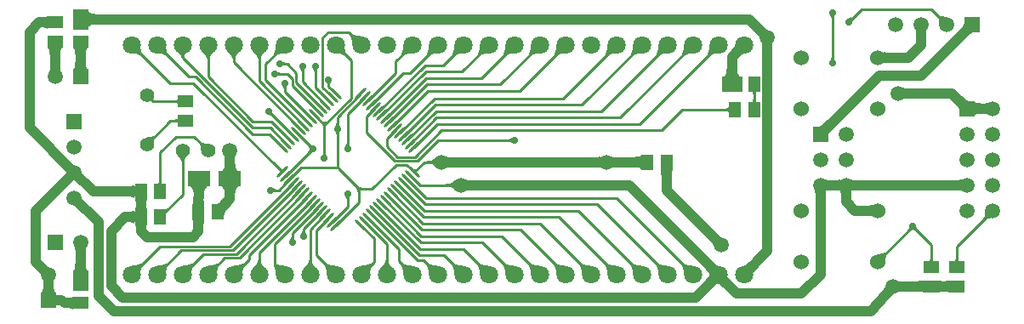
<source format=gtl>
%FSLAX25Y25*%
%MOIN*%
G70*
G01*
G75*
G04 Layer_Physical_Order=1*
G04 Layer_Color=255*
%ADD10R,0.05118X0.05906*%
%ADD11R,0.08661X0.05906*%
%ADD12R,0.05906X0.05118*%
G04:AMPARAMS|DCode=13|XSize=9.84mil|YSize=61.02mil|CornerRadius=0mil|HoleSize=0mil|Usage=FLASHONLY|Rotation=45.000|XOffset=0mil|YOffset=0mil|HoleType=Round|Shape=Round|*
%AMOVALD13*
21,1,0.05118,0.00984,0.00000,0.00000,135.0*
1,1,0.00984,0.01810,-0.01810*
1,1,0.00984,-0.01810,0.01810*
%
%ADD13OVALD13*%

G04:AMPARAMS|DCode=14|XSize=9.84mil|YSize=61.02mil|CornerRadius=0mil|HoleSize=0mil|Usage=FLASHONLY|Rotation=315.000|XOffset=0mil|YOffset=0mil|HoleType=Round|Shape=Round|*
%AMOVALD14*
21,1,0.05118,0.00984,0.00000,0.00000,45.0*
1,1,0.00984,-0.01810,-0.01810*
1,1,0.00984,0.01810,0.01810*
%
%ADD14OVALD14*%

%ADD15R,0.08012X0.05906*%
%ADD16R,0.05906X0.08012*%
%ADD17C,0.03937*%
%ADD18C,0.01000*%
%ADD19C,0.06000*%
%ADD20R,0.05906X0.05906*%
%ADD21C,0.05906*%
%ADD22C,0.07087*%
%ADD23R,0.05906X0.05906*%
%ADD24C,0.05512*%
%ADD25C,0.02756*%
G36*
X110994Y96047D02*
X110813Y95859D01*
X110523Y95513D01*
X110414Y95356D01*
X110330Y95209D01*
X110270Y95073D01*
X110235Y94947D01*
X110224Y94832D01*
X110237Y94727D01*
X110275Y94633D01*
X109267Y96429D01*
X109326Y96356D01*
X109403Y96315D01*
X109499Y96307D01*
X109613Y96330D01*
X109745Y96386D01*
X109896Y96474D01*
X110065Y96594D01*
X110252Y96746D01*
X110681Y97148D01*
X110994Y96047D01*
D02*
G37*
G36*
X97713Y100559D02*
X102807D01*
X102697Y100520D01*
X102599Y100402D01*
X102512Y100205D01*
X102437Y99929D01*
X102373Y99575D01*
X102321Y99142D01*
X102293Y98697D01*
X102373Y97425D01*
X102437Y97071D01*
X102512Y96795D01*
X102599Y96598D01*
X102697Y96480D01*
X102807Y96441D01*
X97713D01*
X97823Y96480D01*
X97921Y96598D01*
X98008Y96795D01*
X98083Y97071D01*
X98147Y97425D01*
X98199Y97858D01*
X98227Y98303D01*
X98147Y99575D01*
X98083Y99929D01*
X98008Y100205D01*
X97921Y100402D01*
X97823Y100520D01*
X97713Y100559D01*
X97673Y100744D01*
X97555Y100909D01*
X97359Y101055D01*
X97083Y101181D01*
X96728Y101288D01*
X96295Y101376D01*
X95784Y101444D01*
X94524Y101522D01*
X93776Y101532D01*
Y105468D01*
X94524Y105478D01*
X96295Y105624D01*
X96728Y105712D01*
X97083Y105818D01*
X97359Y105945D01*
X97555Y106091D01*
X97673Y106256D01*
X97713Y106441D01*
Y100559D01*
D02*
G37*
G36*
X433970Y93047D02*
X433546Y93044D01*
X432786Y92993D01*
X432449Y92944D01*
X432142Y92880D01*
X431863Y92802D01*
X431614Y92708D01*
X431395Y92599D01*
X431204Y92475D01*
X431043Y92336D01*
X430336Y93043D01*
X430475Y93204D01*
X430599Y93395D01*
X430708Y93615D01*
X430802Y93863D01*
X430880Y94142D01*
X430944Y94449D01*
X430993Y94785D01*
X431044Y95546D01*
X431047Y95970D01*
X433970Y93047D01*
D02*
G37*
G36*
X386858Y93900D02*
X386815Y93925D01*
X386739Y93947D01*
X386631Y93967D01*
X386488Y93984D01*
X385862Y94020D01*
X384936Y94032D01*
Y97969D01*
X385278Y97970D01*
X386739Y98053D01*
X386815Y98075D01*
X386858Y98100D01*
Y93900D01*
D02*
G37*
G36*
X76965Y100932D02*
X77002Y100871D01*
X77064Y100788D01*
X77264Y100555D01*
X77964Y99822D01*
X78201Y99583D01*
X75417Y96799D01*
X74029Y98047D01*
X76953Y100970D01*
X76965Y100932D01*
D02*
G37*
G36*
X182095Y101423D02*
X182016Y101325D01*
X181947Y101223D01*
X181886Y101117D01*
X181835Y101007D01*
X181793Y100892D01*
X181761Y100773D01*
X181737Y100649D01*
X181723Y100521D01*
X181719Y100389D01*
X180719D01*
X180714Y100521D01*
X180700Y100649D01*
X180677Y100773D01*
X180645Y100892D01*
X180603Y101007D01*
X180552Y101117D01*
X180491Y101223D01*
X180422Y101325D01*
X180343Y101423D01*
X180254Y101516D01*
X182184D01*
X182095Y101423D01*
D02*
G37*
G36*
X126461Y105532D02*
X126126Y105413D01*
X125831Y105216D01*
X125575Y104939D01*
X125358Y104584D01*
X125181Y104150D01*
X125043Y103636D01*
X124945Y103044D01*
X124886Y102373D01*
X124866Y101622D01*
X120929D01*
X120909Y102373D01*
X120850Y103044D01*
X120752Y103636D01*
X120614Y104150D01*
X120437Y104584D01*
X120220Y104939D01*
X119965Y105216D01*
X119669Y105413D01*
X119335Y105532D01*
X118961Y105571D01*
X126835D01*
X126461Y105532D01*
D02*
G37*
G36*
X135571Y98047D02*
X134890Y97348D01*
X133384Y95565D01*
X133061Y95075D01*
X132827Y94638D01*
X132683Y94254D01*
X132628Y93923D01*
X132663Y93643D01*
X132787Y93417D01*
X128551Y98441D01*
X128749Y98288D01*
X129006Y98232D01*
X129322Y98271D01*
X129697Y98405D01*
X130131Y98636D01*
X130623Y98962D01*
X131174Y99384D01*
X132453Y100515D01*
X133181Y101225D01*
X135571Y98047D01*
D02*
G37*
G36*
X124734Y100514D02*
X124821Y99362D01*
X124873Y99081D01*
X124937Y98850D01*
X125012Y98671D01*
X125099Y98543D01*
X125197Y98466D01*
X125307Y98441D01*
X120213D01*
X120323Y98466D01*
X120421Y98543D01*
X120508Y98671D01*
X120583Y98850D01*
X120647Y99081D01*
X120699Y99362D01*
X120739Y99695D01*
X120786Y100514D01*
X120791Y101000D01*
X124728D01*
X124734Y100514D01*
D02*
G37*
G36*
X327470Y85453D02*
X324547Y82529D01*
X324535Y82568D01*
X324498Y82629D01*
X324436Y82712D01*
X324236Y82945D01*
X323536Y83678D01*
X323299Y83917D01*
X326083Y86701D01*
X327470Y85453D01*
D02*
G37*
G36*
X160005Y85479D02*
X160019Y85351D01*
X160042Y85227D01*
X160074Y85108D01*
X160116Y84993D01*
X160167Y84883D01*
X160228Y84777D01*
X160297Y84675D01*
X160376Y84577D01*
X160465Y84484D01*
X158535D01*
X158624Y84577D01*
X158703Y84675D01*
X158772Y84777D01*
X158833Y84883D01*
X158884Y84993D01*
X158926Y85108D01*
X158958Y85227D01*
X158981Y85351D01*
X158995Y85479D01*
X159000Y85611D01*
X160000D01*
X160005Y85479D01*
D02*
G37*
G36*
X420505Y77095D02*
X420520Y76923D01*
X420545Y76771D01*
X420580Y76639D01*
X420625Y76528D01*
X420680Y76437D01*
X420745Y76366D01*
X420820Y76316D01*
X420905Y76285D01*
X421000Y76275D01*
X419000D01*
X419095Y76285D01*
X419180Y76316D01*
X419255Y76366D01*
X419320Y76437D01*
X419375Y76528D01*
X419420Y76639D01*
X419455Y76771D01*
X419480Y76923D01*
X419495Y77095D01*
X419500Y77287D01*
X420500D01*
X420505Y77095D01*
D02*
G37*
G36*
X78548Y81355D02*
X78531Y81286D01*
X78517Y81183D01*
X78493Y80877D01*
X78470Y79864D01*
X78469Y79527D01*
X74532D01*
X74433Y81391D01*
X78567D01*
X78548Y81355D01*
D02*
G37*
G36*
X164505Y87979D02*
X164519Y87851D01*
X164542Y87727D01*
X164574Y87608D01*
X164616Y87493D01*
X164667Y87383D01*
X164728Y87277D01*
X164797Y87175D01*
X164876Y87077D01*
X164965Y86984D01*
X163035D01*
X163124Y87077D01*
X163203Y87175D01*
X163272Y87277D01*
X163333Y87383D01*
X163384Y87493D01*
X163426Y87608D01*
X163458Y87727D01*
X163481Y87851D01*
X163495Y87979D01*
X163500Y88111D01*
X164500D01*
X164505Y87979D01*
D02*
G37*
G36*
X404131Y89608D02*
X404144Y89483D01*
X404167Y89362D01*
X404200Y89244D01*
X404242Y89130D01*
X404293Y89019D01*
X404355Y88912D01*
X404425Y88808D01*
X404506Y88708D01*
X404596Y88611D01*
X403889Y87904D01*
X403792Y87994D01*
X403692Y88074D01*
X403588Y88145D01*
X403481Y88207D01*
X403370Y88258D01*
X403256Y88300D01*
X403138Y88333D01*
X403017Y88355D01*
X402892Y88369D01*
X402764Y88372D01*
X404128Y89736D01*
X404131Y89608D01*
D02*
G37*
G36*
X125197Y92520D02*
X125099Y92402D01*
X125012Y92205D01*
X124937Y91929D01*
X124873Y91575D01*
X124821Y91142D01*
X124751Y90040D01*
X124728Y88622D01*
X120791D01*
X120786Y89370D01*
X120647Y91575D01*
X120583Y91929D01*
X120508Y92205D01*
X120421Y92402D01*
X120323Y92520D01*
X120213Y92559D01*
X125307D01*
X125197Y92520D01*
D02*
G37*
G36*
X97713Y90559D02*
X102807D01*
X102697Y90531D01*
X102599Y90447D01*
X102512Y90306D01*
X102437Y90108D01*
X102373Y89855D01*
X102321Y89544D01*
X102280Y89178D01*
X102234Y88276D01*
X102228Y87740D01*
X98291D01*
X98286Y88276D01*
X98199Y89544D01*
X98147Y89855D01*
X98083Y90108D01*
X98008Y90306D01*
X97921Y90447D01*
X97823Y90531D01*
X97713Y90559D01*
X97676Y90744D01*
X97564Y90909D01*
X97379Y91055D01*
X97119Y91181D01*
X96785Y91288D01*
X96376Y91376D01*
X95894Y91444D01*
X95337Y91493D01*
X94000Y91531D01*
Y95468D01*
X94705Y95478D01*
X96376Y95624D01*
X96785Y95712D01*
X97119Y95819D01*
X97379Y95945D01*
X97564Y96091D01*
X97676Y96256D01*
X97713Y96441D01*
Y90559D01*
D02*
G37*
G36*
X402736Y88372D02*
X402608Y88369D01*
X402483Y88355D01*
X402362Y88333D01*
X402244Y88300D01*
X402130Y88258D01*
X402019Y88207D01*
X401912Y88145D01*
X401808Y88074D01*
X401708Y87994D01*
X401611Y87904D01*
X400904Y88611D01*
X400994Y88708D01*
X401075Y88808D01*
X401145Y88912D01*
X401207Y89019D01*
X401258Y89130D01*
X401300Y89244D01*
X401333Y89362D01*
X401356Y89483D01*
X401369Y89608D01*
X401372Y89736D01*
X402736Y88372D01*
D02*
G37*
G36*
X108245Y107248D02*
X108260Y107076D01*
X108285Y106925D01*
X108320Y106793D01*
X108365Y106682D01*
X108420Y106591D01*
X108485Y106520D01*
X108560Y106469D01*
X108645Y106439D01*
X108740Y106429D01*
X106740D01*
X106835Y106439D01*
X106920Y106469D01*
X106995Y106520D01*
X107060Y106591D01*
X107115Y106682D01*
X107160Y106793D01*
X107195Y106925D01*
X107220Y107076D01*
X107235Y107248D01*
X107240Y107441D01*
X108240D01*
X108245Y107248D01*
D02*
G37*
G36*
X73971Y108047D02*
X73932Y108035D01*
X73871Y107998D01*
X73788Y107936D01*
X73555Y107736D01*
X72822Y107036D01*
X72583Y106799D01*
X69799Y109583D01*
X71047Y110970D01*
X73971Y108047D01*
D02*
G37*
G36*
X421891Y103933D02*
X421855Y103952D01*
X421786Y103969D01*
X421683Y103983D01*
X421377Y104007D01*
X420364Y104031D01*
X420027Y104032D01*
Y107968D01*
X421891Y108067D01*
Y103933D01*
D02*
G37*
G36*
X223391Y106963D02*
X223645Y107071D01*
X223903Y107223D01*
X224109Y107393D01*
Y104607D01*
X223903Y104777D01*
X223645Y104929D01*
X223391Y105037D01*
Y103933D01*
X223089Y104231D01*
X222515Y104732D01*
X222242Y104936D01*
X221980Y105108D01*
X221728Y105249D01*
X221485Y105359D01*
X221253Y105437D01*
X220975Y105464D01*
X220344Y105491D01*
X219659Y105500D01*
Y106500D01*
X220344Y106509D01*
X221316Y106584D01*
X221485Y106641D01*
X221728Y106751D01*
X221980Y106892D01*
X222242Y107064D01*
X222515Y107268D01*
X223089Y107769D01*
X223391Y108067D01*
Y106963D01*
D02*
G37*
G36*
X76965Y110932D02*
X77002Y110871D01*
X77064Y110788D01*
X77264Y110555D01*
X77964Y109822D01*
X78201Y109583D01*
X75417Y106799D01*
X74029Y108047D01*
X76953Y110970D01*
X76965Y110932D01*
D02*
G37*
G36*
X73971Y113953D02*
X71047Y111030D01*
X71035Y111068D01*
X70998Y111129D01*
X70936Y111212D01*
X70736Y111445D01*
X70037Y112178D01*
X69799Y112417D01*
X72583Y115201D01*
X73971Y113953D01*
D02*
G37*
G36*
X137091Y114630D02*
X137150Y113960D01*
X137248Y113370D01*
X137386Y112858D01*
X137563Y112425D01*
X137779Y112071D01*
X138035Y111795D01*
X138331Y111598D01*
X138665Y111480D01*
X139039Y111441D01*
X131165D01*
X131539Y111480D01*
X131874Y111598D01*
X132169Y111795D01*
X132425Y112071D01*
X132642Y112425D01*
X132819Y112858D01*
X132957Y113370D01*
X133055Y113960D01*
X133114Y114630D01*
X133134Y115378D01*
X137071D01*
X137091Y114630D01*
D02*
G37*
G36*
X308677Y112020D02*
X308579Y111902D01*
X308492Y111705D01*
X308417Y111429D01*
X308353Y111075D01*
X308301Y110642D01*
X308232Y109540D01*
X308209Y108122D01*
X304272D01*
X304266Y108870D01*
X304127Y111075D01*
X304063Y111429D01*
X303988Y111705D01*
X303901Y111902D01*
X303803Y112020D01*
X303693Y112059D01*
X308787D01*
X308677Y112020D01*
D02*
G37*
G36*
X155119Y112333D02*
X155251Y112222D01*
X155377Y112132D01*
X155494Y112064D01*
X155605Y112017D01*
X155708Y111992D01*
X155804Y111987D01*
X155893Y112005D01*
X155974Y112043D01*
X156049Y112103D01*
X154635Y110689D01*
X154695Y110764D01*
X154733Y110845D01*
X154751Y110934D01*
X154746Y111030D01*
X154721Y111133D01*
X154674Y111244D01*
X154606Y111362D01*
X154516Y111486D01*
X154405Y111619D01*
X154273Y111758D01*
X154980Y112465D01*
X155119Y112333D01*
D02*
G37*
G36*
X378548Y103855D02*
X378532Y103786D01*
X378517Y103683D01*
X378493Y103377D01*
X378469Y102364D01*
X378468Y102027D01*
X374532D01*
X374433Y103891D01*
X378567D01*
X378548Y103855D01*
D02*
G37*
G36*
X185144Y105573D02*
X185295Y105453D01*
X185451Y105347D01*
X185613Y105255D01*
X185780Y105177D01*
X185954Y105113D01*
X186134Y105064D01*
X186319Y105028D01*
X186510Y105007D01*
X186707Y105000D01*
X187000Y104000D01*
X186810Y103990D01*
X186640Y103960D01*
X186490Y103910D01*
X186360Y103840D01*
X186250Y103750D01*
X186160Y103640D01*
X186090Y103510D01*
X186040Y103360D01*
X186010Y103190D01*
X186000Y103000D01*
X185000Y103293D01*
X184993Y103490D01*
X184972Y103681D01*
X184936Y103867D01*
X184887Y104046D01*
X184823Y104220D01*
X184745Y104387D01*
X184653Y104549D01*
X184547Y104705D01*
X184427Y104856D01*
X184293Y105000D01*
X185000Y105707D01*
X185144Y105573D01*
D02*
G37*
G36*
X138665Y105532D02*
X138331Y105413D01*
X138035Y105216D01*
X137779Y104939D01*
X137563Y104584D01*
X137386Y104150D01*
X137248Y103636D01*
X137150Y103044D01*
X137091Y102373D01*
X137071Y101622D01*
X133134D01*
X133114Y102373D01*
X133055Y103044D01*
X132957Y103636D01*
X132819Y104150D01*
X132642Y104584D01*
X132425Y104939D01*
X132169Y105216D01*
X131874Y105413D01*
X131539Y105532D01*
X131165Y105571D01*
X139039D01*
X138665Y105532D01*
D02*
G37*
G36*
X368548Y103855D02*
X368531Y103786D01*
X368517Y103683D01*
X368493Y103377D01*
X368470Y102364D01*
X368468Y102027D01*
X364531D01*
X364433Y103891D01*
X368567D01*
X368548Y103855D01*
D02*
G37*
G36*
X152077Y104876D02*
X152175Y104797D01*
X152277Y104728D01*
X152383Y104667D01*
X152493Y104616D01*
X152608Y104574D01*
X152727Y104542D01*
X152851Y104519D01*
X152979Y104505D01*
X153111Y104500D01*
Y103500D01*
X152979Y103495D01*
X152851Y103481D01*
X152727Y103458D01*
X152608Y103426D01*
X152493Y103384D01*
X152383Y103333D01*
X152277Y103272D01*
X152175Y103203D01*
X152077Y103124D01*
X151984Y103035D01*
Y104965D01*
X152077Y104876D01*
D02*
G37*
G36*
X374391Y103933D02*
X374355Y103952D01*
X374286Y103969D01*
X374183Y103983D01*
X373877Y104007D01*
X372864Y104031D01*
X372528Y104032D01*
Y107968D01*
X374391Y108067D01*
Y103933D01*
D02*
G37*
G36*
X378645Y108048D02*
X378714Y108031D01*
X378817Y108017D01*
X379123Y107993D01*
X380136Y107969D01*
X380472Y107968D01*
Y104032D01*
X378609Y103933D01*
Y108067D01*
X378645Y108048D01*
D02*
G37*
G36*
X227645D02*
X227714Y108031D01*
X227817Y108017D01*
X228123Y107993D01*
X229136Y107969D01*
X229472Y107968D01*
Y104032D01*
X227609Y103933D01*
Y108067D01*
X227645Y108048D01*
D02*
G37*
G36*
X368645D02*
X368714Y108031D01*
X368817Y108017D01*
X369123Y107993D01*
X370136Y107969D01*
X370473Y107968D01*
Y104032D01*
X368609Y103933D01*
Y108067D01*
X368645Y108048D01*
D02*
G37*
G36*
X410505Y77095D02*
X410520Y76923D01*
X410545Y76771D01*
X410580Y76639D01*
X410625Y76528D01*
X410680Y76437D01*
X410745Y76366D01*
X410820Y76316D01*
X410905Y76285D01*
X411000Y76275D01*
X409000D01*
X409095Y76285D01*
X409180Y76316D01*
X409255Y76366D01*
X409320Y76437D01*
X409375Y76528D01*
X409420Y76639D01*
X409455Y76771D01*
X409480Y76923D01*
X409495Y77095D01*
X409500Y77287D01*
X410500D01*
X410505Y77095D01*
D02*
G37*
G36*
X120837Y74630D02*
X120681Y74446D01*
X120543Y74223D01*
X120421Y73962D01*
X120316Y73660D01*
X120228Y73321D01*
X120157Y72942D01*
X120103Y72524D01*
X120046Y71570D01*
X120043Y71035D01*
X116535Y74543D01*
X117070Y74546D01*
X118024Y74603D01*
X118442Y74657D01*
X118821Y74728D01*
X119160Y74816D01*
X119461Y74921D01*
X119723Y75042D01*
X119946Y75181D01*
X120130Y75337D01*
X120837Y74630D01*
D02*
G37*
G36*
X130837D02*
X130681Y74446D01*
X130543Y74223D01*
X130421Y73962D01*
X130316Y73660D01*
X130228Y73321D01*
X130157Y72942D01*
X130103Y72524D01*
X130046Y71570D01*
X130043Y71035D01*
X126535Y74543D01*
X127070Y74546D01*
X128024Y74603D01*
X128442Y74657D01*
X128821Y74728D01*
X129160Y74816D01*
X129461Y74921D01*
X129723Y75042D01*
X129946Y75181D01*
X130130Y75337D01*
X130837Y74630D01*
D02*
G37*
G36*
X100837D02*
X100681Y74446D01*
X100542Y74223D01*
X100421Y73962D01*
X100316Y73660D01*
X100228Y73321D01*
X100157Y72942D01*
X100103Y72524D01*
X100046Y71570D01*
X100043Y71035D01*
X96535Y74543D01*
X97070Y74546D01*
X98024Y74603D01*
X98442Y74657D01*
X98821Y74728D01*
X99160Y74816D01*
X99462Y74921D01*
X99723Y75042D01*
X99946Y75181D01*
X100130Y75337D01*
X100837Y74630D01*
D02*
G37*
G36*
X110837D02*
X110681Y74446D01*
X110543Y74223D01*
X110421Y73962D01*
X110316Y73660D01*
X110228Y73321D01*
X110157Y72942D01*
X110103Y72524D01*
X110046Y71570D01*
X110043Y71035D01*
X106535Y74543D01*
X107071Y74546D01*
X108024Y74603D01*
X108442Y74657D01*
X108821Y74728D01*
X109160Y74816D01*
X109461Y74921D01*
X109723Y75042D01*
X109946Y75181D01*
X110130Y75337D01*
X110837Y74630D01*
D02*
G37*
G36*
X140837D02*
X140681Y74446D01*
X140542Y74223D01*
X140421Y73962D01*
X140316Y73660D01*
X140228Y73321D01*
X140157Y72942D01*
X140103Y72524D01*
X140046Y71570D01*
X140043Y71035D01*
X136535Y74543D01*
X137071Y74546D01*
X138024Y74603D01*
X138442Y74657D01*
X138821Y74728D01*
X139161Y74816D01*
X139461Y74921D01*
X139723Y75042D01*
X139946Y75181D01*
X140130Y75337D01*
X140837Y74630D01*
D02*
G37*
G36*
X203054Y75181D02*
X203277Y75042D01*
X203539Y74921D01*
X203839Y74816D01*
X204179Y74728D01*
X204558Y74657D01*
X204976Y74603D01*
X205929Y74546D01*
X206465Y74543D01*
X202957Y71035D01*
X202954Y71570D01*
X202897Y72524D01*
X202843Y72942D01*
X202772Y73321D01*
X202684Y73660D01*
X202579Y73962D01*
X202457Y74223D01*
X202319Y74446D01*
X202163Y74630D01*
X202870Y75337D01*
X203054Y75181D01*
D02*
G37*
G36*
X213054D02*
X213277Y75042D01*
X213539Y74921D01*
X213840Y74816D01*
X214179Y74728D01*
X214558Y74657D01*
X214976Y74603D01*
X215930Y74546D01*
X216465Y74543D01*
X212957Y71035D01*
X212954Y71570D01*
X212897Y72524D01*
X212843Y72942D01*
X212772Y73321D01*
X212684Y73660D01*
X212579Y73962D01*
X212457Y74223D01*
X212319Y74446D01*
X212163Y74630D01*
X212870Y75337D01*
X213054Y75181D01*
D02*
G37*
G36*
X173054D02*
X173277Y75042D01*
X173539Y74921D01*
X173839Y74816D01*
X174179Y74728D01*
X174558Y74657D01*
X174976Y74603D01*
X175929Y74546D01*
X176465Y74543D01*
X172957Y71035D01*
X172954Y71570D01*
X172897Y72524D01*
X172843Y72942D01*
X172772Y73321D01*
X172684Y73660D01*
X172579Y73962D01*
X172458Y74223D01*
X172319Y74446D01*
X172163Y74630D01*
X172870Y75337D01*
X173054Y75181D01*
D02*
G37*
G36*
X190837Y74630D02*
X190681Y74446D01*
X190542Y74223D01*
X190421Y73962D01*
X190316Y73660D01*
X190228Y73321D01*
X190157Y72942D01*
X190103Y72524D01*
X190046Y71570D01*
X190043Y71035D01*
X186535Y74543D01*
X187071Y74546D01*
X188024Y74603D01*
X188442Y74657D01*
X188821Y74728D01*
X189161Y74816D01*
X189461Y74921D01*
X189723Y75042D01*
X189946Y75181D01*
X190130Y75337D01*
X190837Y74630D01*
D02*
G37*
G36*
X395130Y63304D02*
X395092Y63289D01*
X395033Y63249D01*
X394953Y63182D01*
X394731Y62970D01*
X394037Y62232D01*
X393812Y61982D01*
X390882Y64612D01*
X392053Y66065D01*
X395130Y63304D01*
D02*
G37*
G36*
X407059Y63713D02*
X407020Y63823D01*
X406902Y63921D01*
X406705Y64008D01*
X406429Y64083D01*
X406075Y64147D01*
X405642Y64199D01*
X404540Y64268D01*
X403122Y64291D01*
Y68228D01*
X403870Y68234D01*
X406075Y68373D01*
X406429Y68437D01*
X406705Y68512D01*
X406902Y68599D01*
X407020Y68697D01*
X407059Y68807D01*
Y63713D01*
D02*
G37*
G36*
X73559Y57213D02*
X73526Y57323D01*
X73427Y57421D01*
X73260Y57508D01*
X73028Y57583D01*
X72729Y57647D01*
X72364Y57699D01*
X71435Y57768D01*
X70240Y57791D01*
Y61728D01*
X70871Y61734D01*
X72729Y61873D01*
X73028Y61937D01*
X73260Y62012D01*
X73427Y62099D01*
X73526Y62197D01*
X73559Y62307D01*
Y57213D01*
D02*
G37*
G36*
X66949Y63042D02*
X67012Y63027D01*
X67115Y63013D01*
X67447Y62991D01*
X69000Y62968D01*
Y59031D01*
X66929Y58941D01*
Y63059D01*
X66949Y63042D01*
D02*
G37*
G36*
X66048Y68855D02*
X66031Y68786D01*
X66017Y68683D01*
X65993Y68377D01*
X65973Y67521D01*
X65978Y67130D01*
X66124Y65358D01*
X66212Y64925D01*
X66319Y64571D01*
X66445Y64295D01*
X66591Y64098D01*
X66756Y63980D01*
X66941Y63941D01*
X61059D01*
X61244Y63980D01*
X61409Y64098D01*
X61555Y64295D01*
X61681Y64571D01*
X61788Y64925D01*
X61876Y65358D01*
X61944Y65870D01*
X62022Y67130D01*
X62023Y67195D01*
X61933Y68891D01*
X66067D01*
X66048Y68855D01*
D02*
G37*
G36*
X417059Y63713D02*
X417020Y63823D01*
X416902Y63921D01*
X416705Y64008D01*
X416429Y64083D01*
X416075Y64147D01*
X415642Y64199D01*
X415197Y64227D01*
X413925Y64147D01*
X413571Y64083D01*
X413295Y64008D01*
X413098Y63921D01*
X412980Y63823D01*
X412941Y63713D01*
Y68807D01*
X412980Y68697D01*
X413098Y68599D01*
X413295Y68512D01*
X413571Y68437D01*
X413925Y68373D01*
X414358Y68321D01*
X414803Y68293D01*
X416075Y68373D01*
X416429Y68437D01*
X416705Y68512D01*
X416902Y68599D01*
X417020Y68697D01*
X417059Y68807D01*
Y63713D01*
D02*
G37*
G36*
X63971Y73953D02*
X61047Y71030D01*
X61035Y71068D01*
X60998Y71129D01*
X60936Y71212D01*
X60736Y71445D01*
X60036Y72178D01*
X59799Y72417D01*
X62583Y75201D01*
X63971Y73953D01*
D02*
G37*
G36*
X397140Y68307D02*
X397209Y68290D01*
X397312Y68276D01*
X397618Y68252D01*
X398630Y68229D01*
X398967Y68228D01*
X398978Y64291D01*
X397113Y64191D01*
X397104Y68325D01*
X397140Y68307D01*
D02*
G37*
G36*
X326342Y67579D02*
X330025Y70639D01*
X330024Y70480D01*
X330054Y70307D01*
X330115Y70121D01*
X330205Y69921D01*
X330326Y69708D01*
X330477Y69481D01*
X330659Y69240D01*
X331112Y68719D01*
X331385Y68438D01*
X328290Y65965D01*
X328008Y66241D01*
X327044Y67067D01*
X326845Y67203D01*
X326661Y67312D01*
X326494Y67392D01*
X326344Y67444D01*
X326336Y67446D01*
X326314Y67444D01*
X326149Y67402D01*
X325969Y67331D01*
X325775Y67231D01*
X325566Y67102D01*
X325343Y66944D01*
X324853Y66540D01*
X324587Y66295D01*
X324305Y66022D01*
X321521Y68805D01*
X321796Y69087D01*
X322444Y69843D01*
X322602Y70066D01*
X322731Y70275D01*
X322831Y70469D01*
X322902Y70649D01*
X322944Y70814D01*
X322957Y70965D01*
X326342Y67579D01*
D02*
G37*
G36*
X293054Y75181D02*
X293277Y75042D01*
X293538Y74921D01*
X293840Y74816D01*
X294180Y74728D01*
X294558Y74657D01*
X294976Y74603D01*
X295930Y74546D01*
X296465Y74543D01*
X292957Y71035D01*
X292954Y71570D01*
X292897Y72524D01*
X292843Y72942D01*
X292772Y73321D01*
X292684Y73660D01*
X292579Y73962D01*
X292458Y74223D01*
X292319Y74446D01*
X292163Y74630D01*
X292870Y75337D01*
X293054Y75181D01*
D02*
G37*
G36*
X153056Y75179D02*
X153281Y75037D01*
X153543Y74914D01*
X153844Y74808D01*
X154182Y74720D01*
X154559Y74649D01*
X154973Y74596D01*
X155916Y74543D01*
X156444Y74543D01*
X152957Y71056D01*
X152957Y71584D01*
X152904Y72527D01*
X152851Y72941D01*
X152780Y73318D01*
X152692Y73656D01*
X152586Y73957D01*
X152462Y74219D01*
X152321Y74444D01*
X152163Y74630D01*
X152870Y75337D01*
X153056Y75179D01*
D02*
G37*
G36*
X324587Y75704D02*
X325343Y75056D01*
X325566Y74898D01*
X325775Y74769D01*
X325969Y74669D01*
X326149Y74598D01*
X326314Y74556D01*
X326465Y74543D01*
X322957Y71035D01*
X322944Y71186D01*
X322902Y71351D01*
X322831Y71531D01*
X322731Y71725D01*
X322602Y71934D01*
X322444Y72157D01*
X322041Y72647D01*
X321796Y72913D01*
X321521Y73195D01*
X324305Y75978D01*
X324587Y75704D01*
D02*
G37*
G36*
X341478Y73195D02*
X341205Y72913D01*
X340556Y72157D01*
X340398Y71934D01*
X340269Y71725D01*
X340169Y71531D01*
X340098Y71351D01*
X340056Y71186D01*
X340043Y71035D01*
X336535Y74543D01*
X336686Y74556D01*
X336851Y74598D01*
X337031Y74669D01*
X337225Y74769D01*
X337434Y74898D01*
X337657Y75056D01*
X338147Y75459D01*
X338413Y75704D01*
X338695Y75978D01*
X341478Y73195D01*
D02*
G37*
G36*
X78478Y75623D02*
X78624Y73851D01*
X78712Y73418D01*
X78819Y73064D01*
X78945Y72788D01*
X79091Y72592D01*
X79256Y72474D01*
X79441Y72434D01*
X73559D01*
X73744Y72474D01*
X73909Y72592D01*
X74055Y72788D01*
X74181Y73064D01*
X74288Y73418D01*
X74376Y73851D01*
X74444Y74363D01*
X74522Y75623D01*
X74532Y76371D01*
X78469D01*
X78478Y75623D01*
D02*
G37*
G36*
X197020Y76394D02*
X197079Y76138D01*
X197178Y75866D01*
X197317Y75579D01*
X197495Y75277D01*
X197713Y74959D01*
X197970Y74625D01*
X198604Y73911D01*
X198980Y73530D01*
X194020D01*
X194396Y73911D01*
X195030Y74625D01*
X195287Y74959D01*
X195505Y75277D01*
X195683Y75579D01*
X195822Y75866D01*
X195921Y76138D01*
X195980Y76394D01*
X196000Y76634D01*
X197000D01*
X197020Y76394D01*
D02*
G37*
G36*
X392718Y79011D02*
X392578Y78848D01*
X392452Y78655D01*
X392342Y78432D01*
X392248Y78179D01*
X392168Y77895D01*
X392104Y77582D01*
X392055Y77239D01*
X392003Y76463D01*
X392000Y76030D01*
X389030Y79000D01*
X389463Y79003D01*
X390239Y79055D01*
X390582Y79104D01*
X390895Y79168D01*
X391178Y79248D01*
X391432Y79342D01*
X391655Y79452D01*
X391848Y79577D01*
X392011Y79718D01*
X392718Y79011D01*
D02*
G37*
G36*
X147020Y76394D02*
X147079Y76138D01*
X147178Y75866D01*
X147317Y75579D01*
X147495Y75277D01*
X147713Y74959D01*
X147970Y74625D01*
X148604Y73911D01*
X148980Y73530D01*
X144020D01*
X144396Y73911D01*
X145030Y74625D01*
X145287Y74959D01*
X145505Y75277D01*
X145683Y75579D01*
X145822Y75866D01*
X145921Y76138D01*
X145980Y76394D01*
X146000Y76634D01*
X147000D01*
X147020Y76394D01*
D02*
G37*
G36*
X167020D02*
X167079Y76138D01*
X167178Y75866D01*
X167317Y75579D01*
X167495Y75277D01*
X167713Y74959D01*
X167970Y74625D01*
X168604Y73911D01*
X168980Y73530D01*
X164020D01*
X164396Y73911D01*
X165030Y74625D01*
X165287Y74959D01*
X165505Y75277D01*
X165683Y75579D01*
X165822Y75866D01*
X165921Y76138D01*
X165980Y76394D01*
X166000Y76634D01*
X167000D01*
X167020Y76394D01*
D02*
G37*
G36*
X243054Y75181D02*
X243277Y75042D01*
X243538Y74921D01*
X243840Y74816D01*
X244179Y74728D01*
X244558Y74657D01*
X244976Y74603D01*
X245930Y74546D01*
X246465Y74543D01*
X242957Y71035D01*
X242954Y71570D01*
X242897Y72524D01*
X242843Y72942D01*
X242772Y73321D01*
X242684Y73660D01*
X242579Y73962D01*
X242458Y74223D01*
X242319Y74446D01*
X242163Y74630D01*
X242870Y75337D01*
X243054Y75181D01*
D02*
G37*
G36*
X253054Y75181D02*
X253277Y75042D01*
X253538Y74921D01*
X253839Y74816D01*
X254179Y74728D01*
X254558Y74657D01*
X254976Y74603D01*
X255929Y74546D01*
X256465Y74543D01*
X252957Y71035D01*
X252954Y71570D01*
X252897Y72524D01*
X252843Y72942D01*
X252772Y73321D01*
X252684Y73660D01*
X252579Y73962D01*
X252457Y74223D01*
X252319Y74446D01*
X252163Y74630D01*
X252870Y75337D01*
X253054Y75181D01*
D02*
G37*
G36*
X223054Y75181D02*
X223277Y75042D01*
X223538Y74921D01*
X223839Y74816D01*
X224179Y74728D01*
X224558Y74657D01*
X224976Y74603D01*
X225929Y74546D01*
X226465Y74543D01*
X222957Y71035D01*
X222954Y71570D01*
X222897Y72524D01*
X222843Y72942D01*
X222772Y73321D01*
X222684Y73660D01*
X222579Y73962D01*
X222458Y74223D01*
X222319Y74446D01*
X222163Y74630D01*
X222870Y75337D01*
X223054Y75181D01*
D02*
G37*
G36*
X233054D02*
X233277Y75042D01*
X233539Y74921D01*
X233840Y74816D01*
X234179Y74728D01*
X234558Y74657D01*
X234976Y74603D01*
X235929Y74546D01*
X236465Y74543D01*
X232957Y71035D01*
X232954Y71570D01*
X232897Y72524D01*
X232843Y72942D01*
X232772Y73321D01*
X232684Y73660D01*
X232579Y73962D01*
X232457Y74223D01*
X232319Y74446D01*
X232163Y74630D01*
X232870Y75337D01*
X233054Y75181D01*
D02*
G37*
G36*
X263054D02*
X263277Y75042D01*
X263539Y74921D01*
X263840Y74816D01*
X264179Y74728D01*
X264558Y74657D01*
X264976Y74603D01*
X265930Y74546D01*
X266465Y74543D01*
X262957Y71035D01*
X262954Y71570D01*
X262897Y72524D01*
X262843Y72942D01*
X262772Y73321D01*
X262684Y73660D01*
X262579Y73962D01*
X262457Y74223D01*
X262319Y74446D01*
X262163Y74630D01*
X262870Y75337D01*
X263054Y75181D01*
D02*
G37*
G36*
X303054Y75181D02*
X303277Y75042D01*
X303538Y74921D01*
X303839Y74816D01*
X304179Y74728D01*
X304558Y74657D01*
X304976Y74603D01*
X305929Y74546D01*
X306465Y74543D01*
X302957Y71035D01*
X302954Y71570D01*
X302897Y72524D01*
X302843Y72942D01*
X302772Y73321D01*
X302684Y73660D01*
X302579Y73962D01*
X302457Y74223D01*
X302319Y74446D01*
X302163Y74630D01*
X302870Y75337D01*
X303054Y75181D01*
D02*
G37*
G36*
X313054Y75181D02*
X313277Y75042D01*
X313539Y74921D01*
X313840Y74816D01*
X314179Y74728D01*
X314558Y74657D01*
X314976Y74603D01*
X315930Y74546D01*
X316465Y74543D01*
X312957Y71035D01*
X312954Y71570D01*
X312897Y72524D01*
X312843Y72942D01*
X312772Y73321D01*
X312684Y73660D01*
X312579Y73962D01*
X312457Y74223D01*
X312319Y74446D01*
X312163Y74630D01*
X312870Y75337D01*
X313054Y75181D01*
D02*
G37*
G36*
X273054D02*
X273277Y75042D01*
X273538Y74921D01*
X273839Y74816D01*
X274179Y74728D01*
X274558Y74657D01*
X274976Y74603D01*
X275929Y74546D01*
X276465Y74543D01*
X272957Y71035D01*
X272954Y71570D01*
X272897Y72524D01*
X272843Y72942D01*
X272772Y73321D01*
X272684Y73660D01*
X272579Y73962D01*
X272458Y74223D01*
X272319Y74446D01*
X272163Y74630D01*
X272870Y75337D01*
X273054Y75181D01*
D02*
G37*
G36*
X283054D02*
X283277Y75042D01*
X283539Y74921D01*
X283840Y74816D01*
X284179Y74728D01*
X284558Y74657D01*
X284976Y74603D01*
X285929Y74546D01*
X286465Y74543D01*
X282957Y71035D01*
X282954Y71570D01*
X282897Y72524D01*
X282843Y72942D01*
X282772Y73321D01*
X282684Y73660D01*
X282579Y73962D01*
X282457Y74223D01*
X282319Y74446D01*
X282163Y74630D01*
X282870Y75337D01*
X283054Y75181D01*
D02*
G37*
G36*
X100046Y160430D02*
X100103Y159476D01*
X100157Y159058D01*
X100228Y158679D01*
X100316Y158340D01*
X100421Y158039D01*
X100542Y157777D01*
X100681Y157554D01*
X100837Y157370D01*
X100130Y156663D01*
X99946Y156819D01*
X99723Y156957D01*
X99462Y157079D01*
X99160Y157184D01*
X98821Y157272D01*
X98442Y157343D01*
X98024Y157397D01*
X97070Y157454D01*
X96535Y157457D01*
X100043Y160965D01*
X100046Y160430D01*
D02*
G37*
G36*
X110046D02*
X110103Y159476D01*
X110157Y159058D01*
X110228Y158679D01*
X110316Y158340D01*
X110421Y158039D01*
X110543Y157777D01*
X110681Y157554D01*
X110837Y157370D01*
X110130Y156663D01*
X109946Y156819D01*
X109723Y156957D01*
X109461Y157079D01*
X109160Y157184D01*
X108821Y157272D01*
X108442Y157343D01*
X108024Y157397D01*
X107071Y157454D01*
X106535Y157457D01*
X110043Y160965D01*
X110046Y160430D01*
D02*
G37*
G36*
X336465Y157457D02*
X336314Y157444D01*
X336149Y157402D01*
X335969Y157331D01*
X335775Y157231D01*
X335566Y157102D01*
X335343Y156944D01*
X334853Y156541D01*
X334587Y156296D01*
X334305Y156021D01*
X331522Y158805D01*
X331796Y159087D01*
X332444Y159843D01*
X332602Y160066D01*
X332731Y160275D01*
X332831Y160469D01*
X332902Y160649D01*
X332944Y160814D01*
X332957Y160965D01*
X336465Y157457D01*
D02*
G37*
G36*
X206465D02*
X205929Y157454D01*
X204977Y157397D01*
X204558Y157343D01*
X204180Y157272D01*
X203839Y157184D01*
X203539Y157079D01*
X203277Y156957D01*
X203054Y156819D01*
X202870Y156663D01*
X202163Y157370D01*
X202319Y157554D01*
X202457Y157777D01*
X202579Y158038D01*
X202684Y158340D01*
X202772Y158679D01*
X202843Y159058D01*
X202897Y159476D01*
X202954Y160430D01*
X202957Y160965D01*
X206465Y157457D01*
D02*
G37*
G36*
X156465D02*
X155930Y157454D01*
X154976Y157397D01*
X154558Y157343D01*
X154179Y157272D01*
X153840Y157184D01*
X153539Y157079D01*
X153277Y156957D01*
X153054Y156819D01*
X152870Y156663D01*
X152163Y157370D01*
X152319Y157554D01*
X152457Y157777D01*
X152579Y158039D01*
X152684Y158340D01*
X152772Y158679D01*
X152843Y159058D01*
X152897Y159476D01*
X152954Y160430D01*
X152957Y160965D01*
X156465Y157457D01*
D02*
G37*
G36*
X226465D02*
X225929Y157454D01*
X224976Y157397D01*
X224558Y157343D01*
X224179Y157272D01*
X223839Y157184D01*
X223538Y157079D01*
X223277Y156957D01*
X223054Y156819D01*
X222870Y156663D01*
X222163Y157370D01*
X222319Y157554D01*
X222458Y157777D01*
X222579Y158039D01*
X222684Y158340D01*
X222772Y158679D01*
X222843Y159058D01*
X222897Y159476D01*
X222954Y160430D01*
X222957Y160965D01*
X226465Y157457D01*
D02*
G37*
G36*
X236465D02*
X235929Y157454D01*
X234976Y157397D01*
X234558Y157343D01*
X234179Y157272D01*
X233840Y157184D01*
X233539Y157079D01*
X233277Y156957D01*
X233054Y156819D01*
X232870Y156663D01*
X232163Y157370D01*
X232319Y157554D01*
X232457Y157777D01*
X232579Y158039D01*
X232684Y158340D01*
X232772Y158679D01*
X232843Y159058D01*
X232897Y159476D01*
X232954Y160430D01*
X232957Y160965D01*
X236465Y157457D01*
D02*
G37*
G36*
X180046Y160430D02*
X180103Y159476D01*
X180157Y159058D01*
X180228Y158679D01*
X180316Y158340D01*
X180421Y158039D01*
X180543Y157777D01*
X180681Y157554D01*
X180837Y157370D01*
X180130Y156663D01*
X179946Y156819D01*
X179723Y156957D01*
X179461Y157079D01*
X179160Y157184D01*
X178821Y157272D01*
X178442Y157343D01*
X178024Y157397D01*
X177070Y157454D01*
X176535Y157457D01*
X180043Y160965D01*
X180046Y160430D01*
D02*
G37*
G36*
X216465Y157457D02*
X215930Y157454D01*
X214976Y157397D01*
X214558Y157343D01*
X214179Y157272D01*
X213840Y157184D01*
X213539Y157079D01*
X213277Y156957D01*
X213054Y156819D01*
X212870Y156663D01*
X212163Y157370D01*
X212319Y157554D01*
X212457Y157777D01*
X212579Y158039D01*
X212684Y158340D01*
X212772Y158679D01*
X212843Y159058D01*
X212897Y159476D01*
X212954Y160430D01*
X212957Y160965D01*
X216465Y157457D01*
D02*
G37*
G36*
X371755Y155729D02*
X371769Y155601D01*
X371792Y155477D01*
X371824Y155358D01*
X371866Y155243D01*
X371917Y155133D01*
X371978Y155027D01*
X372047Y154925D01*
X372126Y154827D01*
X372215Y154734D01*
X370285D01*
X370374Y154827D01*
X370453Y154925D01*
X370522Y155027D01*
X370583Y155133D01*
X370634Y155243D01*
X370676Y155358D01*
X370708Y155477D01*
X370731Y155601D01*
X370745Y155729D01*
X370750Y155861D01*
X371750D01*
X371755Y155729D01*
D02*
G37*
G36*
X128604Y158089D02*
X127970Y157375D01*
X127713Y157041D01*
X127495Y156723D01*
X127317Y156421D01*
X127178Y156134D01*
X127079Y155862D01*
X127020Y155606D01*
X127000Y155366D01*
X126000D01*
X125980Y155606D01*
X125921Y155862D01*
X125822Y156134D01*
X125683Y156421D01*
X125505Y156723D01*
X125287Y157041D01*
X125030Y157375D01*
X124396Y158089D01*
X124020Y158470D01*
X128980D01*
X128604Y158089D01*
D02*
G37*
G36*
X155577Y154376D02*
X155675Y154297D01*
X155777Y154228D01*
X155883Y154167D01*
X155993Y154116D01*
X156108Y154074D01*
X156227Y154042D01*
X156351Y154019D01*
X156479Y154005D01*
X156611Y154000D01*
Y153000D01*
X156479Y152995D01*
X156351Y152981D01*
X156227Y152958D01*
X156108Y152926D01*
X155993Y152884D01*
X155883Y152833D01*
X155777Y152772D01*
X155675Y152703D01*
X155577Y152624D01*
X155484Y152535D01*
Y154465D01*
X155577Y154376D01*
D02*
G37*
G36*
X391185Y158075D02*
X391261Y158053D01*
X391370Y158033D01*
X391512Y158016D01*
X392138Y157980D01*
X393064Y157968D01*
Y154032D01*
X392722Y154030D01*
X391261Y153947D01*
X391185Y153925D01*
X391142Y153900D01*
Y158100D01*
X391185Y158075D01*
D02*
G37*
G36*
X138604Y158089D02*
X137970Y157375D01*
X137713Y157041D01*
X137495Y156723D01*
X137317Y156421D01*
X137178Y156134D01*
X137079Y155862D01*
X137020Y155606D01*
X137000Y155366D01*
X136000D01*
X135980Y155606D01*
X135921Y155862D01*
X135822Y156134D01*
X135683Y156421D01*
X135505Y156723D01*
X135287Y157041D01*
X135030Y157375D01*
X134396Y158089D01*
X134020Y158470D01*
X138980D01*
X138604Y158089D01*
D02*
G37*
G36*
X79256Y159673D02*
X79091Y159555D01*
X78945Y159359D01*
X78819Y159083D01*
X78712Y158729D01*
X78624Y158296D01*
X78556Y157784D01*
X78478Y156524D01*
X78469Y155776D01*
X74532D01*
X74522Y156524D01*
X74376Y158296D01*
X74288Y158729D01*
X74181Y159083D01*
X74055Y159359D01*
X73909Y159555D01*
X73744Y159673D01*
X73559Y159713D01*
X79441D01*
X79256Y159673D01*
D02*
G37*
G36*
X117972Y157754D02*
X117768Y157605D01*
X117588Y157445D01*
X117432Y157274D01*
X117300Y157090D01*
X117192Y156895D01*
X117108Y156689D01*
X117048Y156471D01*
X117012Y156241D01*
X117000Y156000D01*
X116000D01*
X115988Y156241D01*
X115952Y156471D01*
X115892Y156689D01*
X115808Y156895D01*
X115700Y157090D01*
X115568Y157274D01*
X115412Y157445D01*
X115232Y157605D01*
X115028Y157754D01*
X114801Y157891D01*
X118200Y157891D01*
X117972Y157754D01*
D02*
G37*
G36*
X148604Y158089D02*
X147970Y157375D01*
X147713Y157041D01*
X147495Y156723D01*
X147317Y156421D01*
X147178Y156134D01*
X147079Y155862D01*
X147020Y155606D01*
X147000Y155366D01*
X146000D01*
X145980Y155606D01*
X145921Y155862D01*
X145822Y156134D01*
X145683Y156421D01*
X145505Y156723D01*
X145287Y157041D01*
X145030Y157375D01*
X144396Y158089D01*
X144020Y158470D01*
X148980D01*
X148604Y158089D01*
D02*
G37*
G36*
X69256Y159673D02*
X69091Y159555D01*
X68945Y159359D01*
X68818Y159083D01*
X68712Y158729D01*
X68624Y158296D01*
X68556Y157784D01*
X68478Y156524D01*
X68468Y155776D01*
X64531D01*
X64522Y156524D01*
X64376Y158296D01*
X64288Y158729D01*
X64182Y159083D01*
X64055Y159359D01*
X63909Y159555D01*
X63744Y159673D01*
X63559Y159713D01*
X69441D01*
X69256Y159673D01*
D02*
G37*
G36*
X408048Y166855D02*
X408032Y166786D01*
X408017Y166683D01*
X407993Y166377D01*
X407970Y165364D01*
X407969Y165027D01*
X404032D01*
X403933Y166891D01*
X408067D01*
X408048Y166855D01*
D02*
G37*
G36*
X428627Y166059D02*
X428321Y166282D01*
X427959Y166393D01*
X427541D01*
X427068Y166282D01*
X426539Y166059D01*
X425954Y165725D01*
X425314Y165280D01*
X424618Y164723D01*
X423059Y163275D01*
X420275Y166059D01*
X421055Y166867D01*
X422280Y168314D01*
X422725Y168955D01*
X423059Y169539D01*
X423282Y170068D01*
X423393Y170541D01*
Y170959D01*
X423282Y171321D01*
X423059Y171627D01*
X428627Y166059D01*
D02*
G37*
G36*
X183054Y165181D02*
X183277Y165042D01*
X183539Y164921D01*
X183839Y164816D01*
X184179Y164728D01*
X184558Y164657D01*
X184976Y164603D01*
X185930Y164546D01*
X186465Y164543D01*
X182957Y161035D01*
X182954Y161571D01*
X182897Y162524D01*
X182843Y162942D01*
X182772Y163321D01*
X182684Y163661D01*
X182579Y163961D01*
X182457Y164223D01*
X182319Y164446D01*
X182163Y164630D01*
X182870Y165337D01*
X183054Y165181D01*
D02*
G37*
G36*
X345707Y166953D02*
X342784Y164030D01*
X342771Y164068D01*
X342734Y164129D01*
X342672Y164212D01*
X342472Y164445D01*
X341773Y165178D01*
X341535Y165417D01*
X344319Y168201D01*
X345707Y166953D01*
D02*
G37*
G36*
X79480Y174561D02*
X79598Y174226D01*
X79795Y173932D01*
X80071Y173676D01*
X80425Y173460D01*
X80858Y173283D01*
X81370Y173145D01*
X81960Y173047D01*
X82630Y172988D01*
X83378Y172968D01*
Y169032D01*
X82628Y169012D01*
X81957Y168953D01*
X81365Y168854D01*
X80852Y168717D01*
X80418Y168539D01*
X80062Y168323D01*
X79785Y168067D01*
X79588Y167772D01*
X79469Y167437D01*
X79429Y167063D01*
X79441Y174934D01*
X79480Y174561D01*
D02*
G37*
G36*
X379346Y171139D02*
X379256Y171042D01*
X379175Y170942D01*
X379105Y170838D01*
X379043Y170731D01*
X378992Y170620D01*
X378950Y170506D01*
X378917Y170388D01*
X378894Y170267D01*
X378881Y170142D01*
X378878Y170014D01*
X377514Y171378D01*
X377642Y171381D01*
X377767Y171395D01*
X377888Y171417D01*
X378006Y171450D01*
X378120Y171492D01*
X378231Y171543D01*
X378338Y171605D01*
X378442Y171676D01*
X378542Y171756D01*
X378639Y171846D01*
X379346Y171139D01*
D02*
G37*
G36*
X372126Y172423D02*
X372047Y172325D01*
X371978Y172223D01*
X371917Y172117D01*
X371866Y172007D01*
X371824Y171892D01*
X371792Y171773D01*
X371769Y171649D01*
X371755Y171521D01*
X371750Y171389D01*
X370750D01*
X370745Y171521D01*
X370731Y171649D01*
X370708Y171773D01*
X370676Y171892D01*
X370634Y172007D01*
X370583Y172117D01*
X370522Y172223D01*
X370453Y172325D01*
X370374Y172423D01*
X370285Y172516D01*
X372215D01*
X372126Y172423D01*
D02*
G37*
G36*
X63559Y167193D02*
X63526Y167303D01*
X63427Y167401D01*
X63261Y167488D01*
X63028Y167563D01*
X62730Y167627D01*
X62364Y167679D01*
X61435Y167748D01*
X60240Y167772D01*
Y171709D01*
X60871Y171714D01*
X62730Y171853D01*
X63028Y171917D01*
X63261Y171992D01*
X63427Y172079D01*
X63526Y172177D01*
X63559Y172287D01*
Y167193D01*
D02*
G37*
G36*
X413204Y172525D02*
X413395Y172401D01*
X413615Y172292D01*
X413864Y172198D01*
X414142Y172119D01*
X414449Y172056D01*
X414785Y172007D01*
X415546Y171956D01*
X415971Y171953D01*
X413047Y169029D01*
X413044Y169454D01*
X412993Y170214D01*
X412944Y170551D01*
X412881Y170858D01*
X412802Y171136D01*
X412708Y171386D01*
X412599Y171605D01*
X412475Y171796D01*
X412336Y171957D01*
X413043Y172664D01*
X413204Y172525D01*
D02*
G37*
G36*
X266465Y157457D02*
X265930Y157454D01*
X264976Y157397D01*
X264558Y157343D01*
X264179Y157272D01*
X263840Y157184D01*
X263539Y157079D01*
X263277Y156957D01*
X263054Y156819D01*
X262870Y156663D01*
X262163Y157370D01*
X262319Y157554D01*
X262457Y157777D01*
X262579Y158039D01*
X262684Y158340D01*
X262772Y158679D01*
X262843Y159058D01*
X262897Y159476D01*
X262954Y160430D01*
X262957Y160965D01*
X266465Y157457D01*
D02*
G37*
G36*
X286465D02*
X285929Y157454D01*
X284976Y157397D01*
X284558Y157343D01*
X284179Y157272D01*
X283840Y157184D01*
X283539Y157079D01*
X283277Y156957D01*
X283054Y156819D01*
X282870Y156663D01*
X282163Y157370D01*
X282319Y157554D01*
X282457Y157777D01*
X282579Y158039D01*
X282684Y158340D01*
X282772Y158679D01*
X282843Y159058D01*
X282897Y159476D01*
X282954Y160430D01*
X282957Y160965D01*
X286465Y157457D01*
D02*
G37*
G36*
X246465D02*
X245930Y157454D01*
X244976Y157397D01*
X244558Y157343D01*
X244179Y157272D01*
X243840Y157184D01*
X243538Y157079D01*
X243277Y156957D01*
X243054Y156819D01*
X242870Y156663D01*
X242163Y157370D01*
X242319Y157554D01*
X242458Y157777D01*
X242579Y158039D01*
X242684Y158340D01*
X242772Y158679D01*
X242843Y159058D01*
X242897Y159476D01*
X242954Y160430D01*
X242957Y160965D01*
X246465Y157457D01*
D02*
G37*
G36*
X256465D02*
X255929Y157454D01*
X254976Y157397D01*
X254558Y157343D01*
X254179Y157272D01*
X253839Y157184D01*
X253538Y157079D01*
X253277Y156957D01*
X253054Y156819D01*
X252870Y156663D01*
X252163Y157370D01*
X252319Y157554D01*
X252457Y157777D01*
X252579Y158039D01*
X252684Y158340D01*
X252772Y158679D01*
X252843Y159058D01*
X252897Y159476D01*
X252954Y160430D01*
X252957Y160965D01*
X256465Y157457D01*
D02*
G37*
G36*
X296465D02*
X295930Y157454D01*
X294976Y157397D01*
X294558Y157343D01*
X294179Y157272D01*
X293840Y157184D01*
X293538Y157079D01*
X293277Y156957D01*
X293054Y156819D01*
X292870Y156663D01*
X292163Y157370D01*
X292319Y157554D01*
X292458Y157777D01*
X292579Y158039D01*
X292684Y158340D01*
X292772Y158679D01*
X292843Y159058D01*
X292897Y159476D01*
X292954Y160430D01*
X292957Y160965D01*
X296465Y157457D01*
D02*
G37*
G36*
X326465D02*
X325929Y157454D01*
X324976Y157397D01*
X324558Y157343D01*
X324179Y157272D01*
X323839Y157184D01*
X323538Y157079D01*
X323277Y156957D01*
X323054Y156819D01*
X322870Y156663D01*
X322163Y157370D01*
X322319Y157554D01*
X322458Y157777D01*
X322579Y158039D01*
X322684Y158340D01*
X322772Y158679D01*
X322843Y159058D01*
X322897Y159476D01*
X322954Y160430D01*
X322957Y160965D01*
X326465Y157457D01*
D02*
G37*
G36*
X347784Y161855D02*
X347768Y161786D01*
X347753Y161683D01*
X347729Y161377D01*
X347706Y160364D01*
X347705Y160028D01*
X343768D01*
X343669Y161891D01*
X347803D01*
X347784Y161855D01*
D02*
G37*
G36*
X306465Y157457D02*
X305929Y157454D01*
X304976Y157397D01*
X304558Y157343D01*
X304179Y157272D01*
X303839Y157184D01*
X303538Y157079D01*
X303277Y156957D01*
X303054Y156819D01*
X302870Y156663D01*
X302163Y157370D01*
X302319Y157554D01*
X302457Y157777D01*
X302579Y158039D01*
X302684Y158340D01*
X302772Y158679D01*
X302843Y159058D01*
X302897Y159476D01*
X302954Y160430D01*
X302957Y160965D01*
X306465Y157457D01*
D02*
G37*
G36*
X316465D02*
X315930Y157454D01*
X314976Y157397D01*
X314558Y157343D01*
X314179Y157272D01*
X313840Y157184D01*
X313539Y157079D01*
X313277Y156957D01*
X313054Y156819D01*
X312870Y156663D01*
X312163Y157370D01*
X312319Y157554D01*
X312457Y157777D01*
X312579Y158039D01*
X312684Y158340D01*
X312772Y158679D01*
X312843Y159058D01*
X312897Y159476D01*
X312954Y160430D01*
X312957Y160965D01*
X316465Y157457D01*
D02*
G37*
G36*
X78478Y154630D02*
X78624Y152858D01*
X78712Y152425D01*
X78819Y152071D01*
X78945Y151795D01*
X79091Y151598D01*
X79256Y151480D01*
X79441Y151441D01*
X73559D01*
X73744Y151480D01*
X73909Y151598D01*
X74055Y151795D01*
X74181Y152071D01*
X74288Y152425D01*
X74376Y152858D01*
X74444Y153370D01*
X74522Y154630D01*
X74532Y155378D01*
X78469D01*
X78478Y154630D01*
D02*
G37*
G36*
X166538Y121932D02*
X166639Y121851D01*
X166742Y121780D01*
X166850Y121719D01*
X166960Y121668D01*
X167075Y121625D01*
X167192Y121593D01*
X167314Y121570D01*
X167438Y121557D01*
X167567Y121554D01*
X166203Y120190D01*
X166199Y120318D01*
X166186Y120443D01*
X166163Y120564D01*
X166131Y120682D01*
X166089Y120796D01*
X166037Y120907D01*
X165976Y121014D01*
X165905Y121118D01*
X165825Y121218D01*
X165735Y121315D01*
X166442Y122022D01*
X166538Y121932D01*
D02*
G37*
G36*
X181723Y122154D02*
X181737Y122027D01*
X181761Y121903D01*
X181793Y121784D01*
X181835Y121669D01*
X181886Y121559D01*
X181947Y121452D01*
X182016Y121351D01*
X182095Y121253D01*
X182184Y121160D01*
X180254D01*
X180343Y121253D01*
X180422Y121351D01*
X180491Y121452D01*
X180552Y121559D01*
X180603Y121669D01*
X180645Y121784D01*
X180677Y121903D01*
X180700Y122027D01*
X180714Y122154D01*
X180719Y122287D01*
X181719D01*
X181723Y122154D01*
D02*
G37*
G36*
X167567Y118798D02*
X167438Y118794D01*
X167314Y118781D01*
X167192Y118758D01*
X167075Y118726D01*
X166960Y118684D01*
X166850Y118632D01*
X166742Y118571D01*
X166639Y118500D01*
X166538Y118420D01*
X166442Y118330D01*
X165735Y119037D01*
X165825Y119133D01*
X165905Y119234D01*
X165976Y119337D01*
X166037Y119445D01*
X166089Y119555D01*
X166131Y119670D01*
X166163Y119788D01*
X166186Y119909D01*
X166199Y120034D01*
X166203Y120162D01*
X167567Y118798D01*
D02*
G37*
G36*
X123922Y122806D02*
X124101Y122687D01*
X124307Y122582D01*
X124538Y122492D01*
X124796Y122417D01*
X125079Y122355D01*
X125389Y122309D01*
X125724Y122277D01*
X126472Y122256D01*
X123744Y119528D01*
X123741Y119915D01*
X123691Y120611D01*
X123644Y120921D01*
X123583Y121204D01*
X123508Y121462D01*
X123418Y121693D01*
X123313Y121899D01*
X123194Y122078D01*
X123061Y122232D01*
X123768Y122939D01*
X123922Y122806D01*
D02*
G37*
G36*
X105939Y124732D02*
X105806Y124578D01*
X105687Y124399D01*
X105582Y124193D01*
X105492Y123962D01*
X105417Y123704D01*
X105356Y123421D01*
X105309Y123111D01*
X105277Y122776D01*
X105256Y122028D01*
X102528Y124756D01*
X102915Y124759D01*
X103611Y124809D01*
X103921Y124855D01*
X104204Y124917D01*
X104462Y124992D01*
X104693Y125082D01*
X104899Y125187D01*
X105078Y125306D01*
X105232Y125439D01*
X105939Y124732D01*
D02*
G37*
G36*
X372225Y128941D02*
X371444Y128132D01*
X370217Y126683D01*
X369770Y126043D01*
X369435Y125458D01*
X369211Y124929D01*
X369098Y124456D01*
X369097Y124039D01*
X369207Y123678D01*
X369429Y123373D01*
X363873Y128929D01*
X364178Y128707D01*
X364539Y128597D01*
X364956Y128598D01*
X365429Y128711D01*
X365958Y128935D01*
X366543Y129270D01*
X367183Y129717D01*
X367880Y130275D01*
X369441Y131725D01*
X372225Y128941D01*
D02*
G37*
G36*
X177794Y129979D02*
X177808Y129851D01*
X177831Y129727D01*
X177864Y129608D01*
X177905Y129493D01*
X177957Y129383D01*
X178017Y129277D01*
X178087Y129175D01*
X178166Y129077D01*
X178254Y128984D01*
X176325D01*
X176413Y129077D01*
X176492Y129175D01*
X176562Y129277D01*
X176622Y129383D01*
X176673Y129493D01*
X176715Y129608D01*
X176748Y129727D01*
X176771Y129851D01*
X176785Y129979D01*
X176789Y130111D01*
X177789D01*
X177794Y129979D01*
D02*
G37*
G36*
X245516Y122535D02*
X245423Y122624D01*
X245325Y122703D01*
X245223Y122772D01*
X245117Y122833D01*
X245007Y122884D01*
X244892Y122926D01*
X244773Y122958D01*
X244649Y122981D01*
X244521Y122995D01*
X244389Y123000D01*
Y124000D01*
X244521Y124005D01*
X244649Y124019D01*
X244773Y124042D01*
X244892Y124074D01*
X245007Y124116D01*
X245117Y124167D01*
X245223Y124228D01*
X245325Y124297D01*
X245423Y124376D01*
X245516Y124465D01*
Y122535D01*
D02*
G37*
G36*
X178166Y126923D02*
X178087Y126825D01*
X178017Y126723D01*
X177957Y126617D01*
X177905Y126507D01*
X177864Y126392D01*
X177831Y126273D01*
X177808Y126149D01*
X177794Y126021D01*
X177789Y125889D01*
X176789D01*
X176785Y126021D01*
X176771Y126149D01*
X176748Y126273D01*
X176715Y126392D01*
X176673Y126507D01*
X176622Y126617D01*
X176562Y126723D01*
X176492Y126825D01*
X176413Y126923D01*
X176325Y127016D01*
X178254D01*
X178166Y126923D01*
D02*
G37*
G36*
X220145Y117048D02*
X220214Y117032D01*
X220317Y117017D01*
X220623Y116993D01*
X221636Y116970D01*
X221972Y116969D01*
Y113031D01*
X220109Y112933D01*
Y117067D01*
X220145Y117048D01*
D02*
G37*
G36*
X280391Y112933D02*
X280355Y112952D01*
X280286Y112969D01*
X280183Y112983D01*
X279877Y113007D01*
X278864Y113031D01*
X278527Y113031D01*
Y116969D01*
X280391Y117067D01*
Y112933D01*
D02*
G37*
G36*
X208727Y111758D02*
X208595Y111619D01*
X208484Y111487D01*
X208394Y111362D01*
X208326Y111244D01*
X208279Y111133D01*
X208254Y111030D01*
X208249Y110934D01*
X208267Y110845D01*
X208305Y110764D01*
X208365Y110689D01*
X206951Y112103D01*
X207026Y112043D01*
X207107Y112005D01*
X207196Y111987D01*
X207292Y111992D01*
X207395Y112017D01*
X207506Y112064D01*
X207624Y112132D01*
X207749Y112222D01*
X207881Y112333D01*
X208020Y112465D01*
X208727Y111758D01*
D02*
G37*
G36*
X296213Y112059D02*
X296173Y112244D01*
X296055Y112409D01*
X295859Y112555D01*
X295583Y112681D01*
X295229Y112788D01*
X294795Y112876D01*
X294284Y112944D01*
X293024Y113022D01*
X292276Y113031D01*
Y116969D01*
X293024Y116978D01*
X294795Y117124D01*
X295229Y117212D01*
X295583Y117318D01*
X295859Y117445D01*
X296055Y117591D01*
X296173Y117756D01*
X296213Y117941D01*
Y112059D01*
D02*
G37*
G36*
X284645Y117048D02*
X284714Y117032D01*
X284817Y117017D01*
X285123Y116993D01*
X286136Y116970D01*
X286473Y116969D01*
Y113031D01*
X284609Y112933D01*
Y117067D01*
X284645Y117048D01*
D02*
G37*
G36*
X137151Y117355D02*
X137134Y117286D01*
X137119Y117183D01*
X137095Y116877D01*
X137072Y115864D01*
X137071Y115527D01*
X133134D01*
X133035Y117391D01*
X137169D01*
X137151Y117355D01*
D02*
G37*
G36*
X172593Y118479D02*
X172607Y118351D01*
X172630Y118227D01*
X172662Y118108D01*
X172704Y117993D01*
X172755Y117883D01*
X172816Y117777D01*
X172885Y117675D01*
X172964Y117577D01*
X173053Y117484D01*
X171123D01*
X171212Y117577D01*
X171291Y117675D01*
X171360Y117777D01*
X171421Y117883D01*
X171472Y117993D01*
X171514Y118108D01*
X171546Y118227D01*
X171569Y118351D01*
X171583Y118479D01*
X171588Y118611D01*
X172588D01*
X172593Y118479D01*
D02*
G37*
G36*
X215891Y115963D02*
X216145Y116071D01*
X216404Y116223D01*
X216609Y116393D01*
Y113607D01*
X216404Y113777D01*
X216145Y113929D01*
X215891Y114038D01*
Y112933D01*
X215589Y113231D01*
X215015Y113732D01*
X214742Y113936D01*
X214480Y114108D01*
X214228Y114249D01*
X213985Y114359D01*
X213753Y114437D01*
X213475Y114464D01*
X212844Y114491D01*
X212159Y114500D01*
Y115500D01*
X212844Y115509D01*
X213816Y115584D01*
X213985Y115641D01*
X214228Y115751D01*
X214480Y115892D01*
X214742Y116064D01*
X215015Y116268D01*
X215589Y116769D01*
X215891Y117067D01*
Y115963D01*
D02*
G37*
G36*
X118158Y117256D02*
X117700Y116728D01*
X117515Y116476D01*
X117357Y116233D01*
X117229Y115997D01*
X117129Y115770D01*
X117057Y115550D01*
X117014Y115339D01*
X117000Y115136D01*
X116000D01*
X115986Y115339D01*
X115943Y115550D01*
X115871Y115770D01*
X115771Y115997D01*
X115643Y116233D01*
X115486Y116476D01*
X115300Y116728D01*
X115085Y116988D01*
X114571Y117532D01*
X118429D01*
X118158Y117256D01*
D02*
G37*
G36*
X157376Y144923D02*
X157297Y144825D01*
X157228Y144723D01*
X157167Y144617D01*
X157116Y144507D01*
X157074Y144392D01*
X157042Y144273D01*
X157019Y144149D01*
X157005Y144021D01*
X157000Y143889D01*
X156000D01*
X155995Y144021D01*
X155981Y144149D01*
X155958Y144273D01*
X155926Y144392D01*
X155884Y144507D01*
X155833Y144617D01*
X155772Y144723D01*
X155703Y144825D01*
X155624Y144923D01*
X155535Y145016D01*
X157465D01*
X157376Y144923D01*
D02*
G37*
G36*
X174636Y146163D02*
X174557Y146065D01*
X174487Y145963D01*
X174427Y145857D01*
X174376Y145747D01*
X174334Y145632D01*
X174302Y145513D01*
X174278Y145389D01*
X174265Y145262D01*
X174260Y145129D01*
X173260D01*
X173255Y145262D01*
X173241Y145389D01*
X173218Y145513D01*
X173186Y145632D01*
X173144Y145747D01*
X173093Y145857D01*
X173032Y145963D01*
X172962Y146065D01*
X172883Y146163D01*
X172795Y146256D01*
X174724D01*
X174636Y146163D01*
D02*
G37*
G36*
X399145Y144048D02*
X399214Y144032D01*
X399317Y144017D01*
X399623Y143993D01*
X400636Y143970D01*
X400973Y143968D01*
Y140032D01*
X399109Y139933D01*
Y144067D01*
X399145Y144048D01*
D02*
G37*
G36*
X341405Y142632D02*
X341320Y142602D01*
X341245Y142551D01*
X341180Y142481D01*
X341125Y142390D01*
X341080Y142278D01*
X341045Y142147D01*
X341020Y141995D01*
X341005Y141823D01*
X341000Y141630D01*
X340000D01*
X339995Y141823D01*
X339980Y141995D01*
X339955Y142147D01*
X339920Y142278D01*
X339875Y142390D01*
X339820Y142481D01*
X339755Y142551D01*
X339680Y142602D01*
X339595Y142632D01*
X339500Y142642D01*
X341500D01*
X341405Y142632D01*
D02*
G37*
G36*
X333808Y151699D02*
X333867Y151027D01*
X333965Y150435D01*
X334103Y149922D01*
X334280Y149487D01*
X334497Y149132D01*
X334753Y148855D01*
X335048Y148658D01*
X335383Y148539D01*
X335757Y148500D01*
X327883D01*
X328257Y148539D01*
X328591Y148658D01*
X328887Y148855D01*
X329143Y149132D01*
X329359Y149487D01*
X329536Y149922D01*
X329674Y150435D01*
X329772Y151027D01*
X329832Y151699D01*
X329851Y152449D01*
X333788D01*
X333808Y151699D01*
D02*
G37*
G36*
X169376Y151423D02*
X169297Y151325D01*
X169228Y151223D01*
X169167Y151117D01*
X169116Y151007D01*
X169074Y150892D01*
X169042Y150773D01*
X169019Y150649D01*
X169005Y150521D01*
X169000Y150389D01*
X168000D01*
X167995Y150521D01*
X167981Y150649D01*
X167958Y150773D01*
X167926Y150892D01*
X167884Y151007D01*
X167833Y151117D01*
X167772Y151223D01*
X167703Y151325D01*
X167624Y151423D01*
X167535Y151516D01*
X169465D01*
X169376Y151423D01*
D02*
G37*
G36*
X68567Y150609D02*
X64433D01*
X64452Y150645D01*
X64468Y150714D01*
X64483Y150817D01*
X64507Y151123D01*
X64530Y152136D01*
X64531Y152472D01*
X68468D01*
X68567Y150609D01*
D02*
G37*
G36*
X153577Y150376D02*
X153675Y150297D01*
X153777Y150228D01*
X153883Y150167D01*
X153993Y150116D01*
X154108Y150074D01*
X154227Y150042D01*
X154351Y150019D01*
X154479Y150005D01*
X154611Y150000D01*
Y149000D01*
X154479Y148995D01*
X154351Y148981D01*
X154227Y148958D01*
X154108Y148926D01*
X153993Y148884D01*
X153883Y148833D01*
X153777Y148772D01*
X153675Y148703D01*
X153577Y148624D01*
X153484Y148535D01*
Y150465D01*
X153577Y150376D01*
D02*
G37*
G36*
X164376Y151423D02*
X164297Y151325D01*
X164228Y151223D01*
X164167Y151117D01*
X164116Y151007D01*
X164074Y150892D01*
X164042Y150773D01*
X164019Y150649D01*
X164005Y150521D01*
X164000Y150389D01*
X163000D01*
X162995Y150521D01*
X162981Y150649D01*
X162958Y150773D01*
X162926Y150892D01*
X162884Y151007D01*
X162833Y151117D01*
X162772Y151223D01*
X162703Y151325D01*
X162624Y151423D01*
X162535Y151516D01*
X164465D01*
X164376Y151423D01*
D02*
G37*
G36*
X151681Y134530D02*
X151695Y134405D01*
X151717Y134284D01*
X151750Y134166D01*
X151792Y134052D01*
X151843Y133941D01*
X151905Y133834D01*
X151976Y133730D01*
X152056Y133630D01*
X152146Y133533D01*
X151439Y132826D01*
X151342Y132916D01*
X151242Y132997D01*
X151138Y133068D01*
X151031Y133129D01*
X150920Y133181D01*
X150806Y133223D01*
X150688Y133255D01*
X150567Y133278D01*
X150442Y133291D01*
X150314Y133294D01*
X151678Y134659D01*
X151681Y134530D01*
D02*
G37*
G36*
X421868Y140944D02*
X423317Y139717D01*
X423957Y139270D01*
X424542Y138935D01*
X425071Y138711D01*
X425544Y138598D01*
X425961Y138597D01*
X426322Y138707D01*
X426627Y138929D01*
X421071Y133373D01*
X421293Y133678D01*
X421403Y134039D01*
X421402Y134456D01*
X421289Y134929D01*
X421065Y135458D01*
X420730Y136043D01*
X420283Y136683D01*
X419725Y137380D01*
X418275Y138941D01*
X421059Y141725D01*
X421868Y140944D01*
D02*
G37*
G36*
X114571Y130260D02*
X114561Y130355D01*
X114531Y130440D01*
X114480Y130515D01*
X114409Y130580D01*
X114318Y130635D01*
X114207Y130680D01*
X114075Y130715D01*
X113924Y130740D01*
X113751Y130755D01*
X113559Y130760D01*
Y131760D01*
X113751Y131765D01*
X113924Y131780D01*
X114075Y131805D01*
X114207Y131840D01*
X114318Y131885D01*
X114409Y131940D01*
X114480Y132005D01*
X114531Y132080D01*
X114561Y132165D01*
X114571Y132260D01*
Y130260D01*
D02*
G37*
G36*
X173295Y130088D02*
X173161Y129944D01*
X173040Y129793D01*
X172934Y129637D01*
X172843Y129475D01*
X172765Y129308D01*
X172701Y129134D01*
X172652Y128954D01*
X172616Y128769D01*
X172595Y128578D01*
X172588Y128381D01*
X171588D01*
X171581Y128578D01*
X171560Y128769D01*
X171524Y128954D01*
X171475Y129134D01*
X171411Y129308D01*
X171333Y129475D01*
X171241Y129637D01*
X171135Y129793D01*
X171015Y129944D01*
X170881Y130088D01*
X171381Y131002D01*
X171522Y130875D01*
X171664Y130776D01*
X171805Y130705D01*
X171947Y130663D01*
X172088Y130649D01*
X172229Y130663D01*
X172371Y130705D01*
X172512Y130776D01*
X172654Y130875D01*
X172795Y131002D01*
X173295Y130088D01*
D02*
G37*
G36*
X426980Y138756D02*
X427098Y138591D01*
X427295Y138445D01*
X427571Y138319D01*
X427925Y138212D01*
X428358Y138124D01*
X428870Y138056D01*
X430130Y137978D01*
X430196Y137977D01*
X431891Y138067D01*
Y133933D01*
X431855Y133952D01*
X431786Y133968D01*
X431683Y133983D01*
X431377Y134007D01*
X430521Y134027D01*
X430130Y134022D01*
X428358Y133876D01*
X427925Y133788D01*
X427571Y133681D01*
X427295Y133555D01*
X427098Y133409D01*
X426980Y133244D01*
X426941Y133059D01*
Y138941D01*
X426980Y138756D01*
D02*
G37*
G36*
X104934Y139903D02*
X104921Y139828D01*
X104922Y139750D01*
X104937Y139668D01*
X104966Y139582D01*
X105010Y139492D01*
X105068Y139398D01*
X105140Y139301D01*
X105226Y139199D01*
X105326Y139094D01*
X104619Y138387D01*
X104513Y138487D01*
X104412Y138573D01*
X104314Y138645D01*
X104220Y138703D01*
X104130Y138746D01*
X104044Y138776D01*
X103962Y138791D01*
X103884Y138792D01*
X103810Y138778D01*
X103740Y138751D01*
X104962Y139973D01*
X104934Y139903D01*
D02*
G37*
G36*
X341005Y139320D02*
X341020Y139148D01*
X341045Y138996D01*
X341080Y138864D01*
X341125Y138753D01*
X341180Y138662D01*
X341245Y138591D01*
X341320Y138540D01*
X341405Y138510D01*
X341500Y138500D01*
X339500D01*
X339595Y138510D01*
X339680Y138540D01*
X339755Y138591D01*
X339820Y138662D01*
X339875Y138753D01*
X339920Y138864D01*
X339955Y138996D01*
X339980Y139148D01*
X339995Y139320D01*
X340000Y139512D01*
X341000D01*
X341005Y139320D01*
D02*
G37*
G36*
X330473Y134571D02*
X330463Y134666D01*
X330433Y134751D01*
X330383Y134826D01*
X330313Y134891D01*
X330223Y134946D01*
X330113Y134991D01*
X329983Y135026D01*
X329833Y135051D01*
X329663Y135066D01*
X329473Y135071D01*
Y136071D01*
X329663Y136076D01*
X329833Y136091D01*
X329983Y136116D01*
X330113Y136151D01*
X330223Y136196D01*
X330313Y136251D01*
X330383Y136316D01*
X330433Y136391D01*
X330463Y136476D01*
X330473Y136571D01*
Y134571D01*
D02*
G37*
G36*
X114571Y137740D02*
X114561Y137835D01*
X114531Y137920D01*
X114480Y137995D01*
X114409Y138060D01*
X114318Y138115D01*
X114207Y138160D01*
X114075Y138195D01*
X113924Y138220D01*
X113751Y138235D01*
X113559Y138240D01*
Y139240D01*
X113751Y139245D01*
X113924Y139260D01*
X114075Y139285D01*
X114207Y139320D01*
X114318Y139365D01*
X114409Y139420D01*
X114480Y139485D01*
X114531Y139560D01*
X114561Y139645D01*
X114571Y139740D01*
Y137740D01*
D02*
G37*
D10*
X100260Y103500D02*
D03*
X107740D02*
D03*
X107740Y93500D02*
D03*
X100260D02*
D03*
X122760Y95500D02*
D03*
X130240D02*
D03*
X298760Y115000D02*
D03*
X306240D02*
D03*
X340500Y135571D02*
D03*
X333020D02*
D03*
X340500Y145571D02*
D03*
D11*
X122898Y108500D02*
D03*
X135102D02*
D03*
D12*
X420000Y73740D02*
D03*
Y66260D02*
D03*
X117500Y131260D02*
D03*
Y138740D02*
D03*
X410000Y73740D02*
D03*
Y66260D02*
D03*
X66500Y169740D02*
D03*
Y162260D02*
D03*
X76500D02*
D03*
Y59760D02*
D03*
D13*
X176559Y141821D02*
D03*
X175167Y140429D02*
D03*
X173775Y139037D02*
D03*
X172383Y137645D02*
D03*
X170991Y136253D02*
D03*
X169599Y134861D02*
D03*
X168207Y133469D02*
D03*
X166815Y132077D02*
D03*
X165423Y130685D02*
D03*
X164031Y129293D02*
D03*
X162639Y127901D02*
D03*
X161247Y126509D02*
D03*
X159855Y125117D02*
D03*
X158463Y123725D02*
D03*
X157071Y122333D02*
D03*
X155679Y120941D02*
D03*
X186441Y90179D02*
D03*
X187833Y91571D02*
D03*
X189225Y92963D02*
D03*
X190617Y94355D02*
D03*
X192009Y95747D02*
D03*
X193401Y97139D02*
D03*
X194793Y98531D02*
D03*
X196185Y99923D02*
D03*
X197577Y101315D02*
D03*
X198969Y102707D02*
D03*
X200361Y104099D02*
D03*
X201753Y105491D02*
D03*
X203145Y106883D02*
D03*
X204537Y108275D02*
D03*
X205929Y109667D02*
D03*
X207321Y111059D02*
D03*
D14*
X155679Y111059D02*
D03*
X157071Y109667D02*
D03*
X158463Y108275D02*
D03*
X159855Y106883D02*
D03*
X161247Y105491D02*
D03*
X162639Y104099D02*
D03*
X164031Y102707D02*
D03*
X165423Y101315D02*
D03*
X166815Y99923D02*
D03*
X168207Y98531D02*
D03*
X169599Y97139D02*
D03*
X170991Y95747D02*
D03*
X172383Y94355D02*
D03*
X173775Y92963D02*
D03*
X175167Y91571D02*
D03*
X176559Y90179D02*
D03*
X207321Y120941D02*
D03*
X205929Y122333D02*
D03*
X204537Y123725D02*
D03*
X203145Y125117D02*
D03*
X201753Y126509D02*
D03*
X200361Y127901D02*
D03*
X198969Y129293D02*
D03*
X197577Y130685D02*
D03*
X196185Y132077D02*
D03*
X194793Y133469D02*
D03*
X193401Y134861D02*
D03*
X192009Y136253D02*
D03*
X190617Y137645D02*
D03*
X189225Y139037D02*
D03*
X187833Y140429D02*
D03*
X186441Y141821D02*
D03*
D15*
X331820Y145571D02*
D03*
D16*
X76500Y170940D02*
D03*
Y68440D02*
D03*
D17*
X397000Y142000D02*
X418000D01*
X424000Y136000D02*
X435000D01*
X418000Y142000D02*
X424000Y136000D01*
X410000Y66260D02*
X420000D01*
X395006D02*
X410000D01*
X395000Y66254D02*
X395006Y66260D01*
X386246Y56500D02*
X395000Y66254D01*
X89500Y56500D02*
X386246D01*
X389000Y156000D02*
X401000D01*
X376500Y106000D02*
X425000D01*
X380000Y96000D02*
X389000D01*
X376500Y99500D02*
X380000Y96000D01*
X376500Y99500D02*
Y106000D01*
X74000Y101000D02*
X83500Y91500D01*
Y62500D02*
Y91500D01*
Y62500D02*
X89500Y56500D01*
X93000Y62000D02*
X317500D01*
X88500Y66500D02*
X93000Y62000D01*
X88500Y66500D02*
Y88000D01*
X94000Y93500D01*
X317500Y62000D02*
X326500Y71000D01*
X69000Y61000D02*
X70240Y59760D01*
X64000Y61000D02*
X69000D01*
X70240Y59760D02*
X76500D01*
X282500Y115000D02*
X298760D01*
X291500Y106000D02*
X326500Y71000D01*
X225500Y106000D02*
X291500D01*
X326500Y70539D02*
Y71000D01*
X366500Y106000D02*
X376500D01*
X100260Y93500D02*
Y103500D01*
X122760Y87760D02*
Y95500D01*
X122898Y101138D02*
Y108500D01*
X122760Y101000D02*
X122898Y101138D01*
X122760Y95500D02*
Y101000D01*
X76500Y170940D02*
X76560Y171000D01*
X331820Y145571D02*
Y156320D01*
X336500Y161000D01*
X218000Y115000D02*
X282500D01*
X135102Y108500D02*
Y119500D01*
X94000Y93500D02*
X100260D01*
X64000Y61000D02*
Y71000D01*
X76500Y68440D02*
Y83500D01*
X74000Y111000D02*
X81500Y103500D01*
X100260D01*
X100260Y103500D01*
X76500Y148500D02*
Y162260D01*
X66500Y148500D02*
Y162260D01*
X56500Y128500D02*
X74000Y111000D01*
X56500Y128500D02*
Y166000D01*
X60240Y169740D01*
X66500D01*
X59000Y76000D02*
X64000Y71000D01*
X59000Y76000D02*
Y96000D01*
X74000Y111000D01*
X130240Y95500D02*
X135102Y100362D01*
Y108500D01*
X100260Y87740D02*
Y93500D01*
X326500Y70539D02*
X333539Y63500D01*
X359000D01*
X366500Y71000D01*
Y106000D01*
X336500Y71000D02*
X345736Y80236D01*
X76560Y171000D02*
X338736D01*
X345736Y164000D01*
Y80236D02*
Y164000D01*
X406000Y149000D02*
X426000Y169000D01*
X406000Y161000D02*
Y169000D01*
X401000Y156000D02*
X406000Y161000D01*
X366500Y126000D02*
X389500Y149000D01*
X406000D01*
X306240Y103760D02*
Y115000D01*
Y103760D02*
X327500Y82500D01*
X100260Y87740D02*
X102500Y85500D01*
X120500D01*
X122760Y87760D01*
D18*
X211000Y76500D02*
X216500Y71000D01*
X208472Y76500D02*
X211000D01*
X190617Y94355D02*
X208472Y76500D01*
X288000Y132500D02*
X316500Y161000D01*
X216095Y132500D02*
X288000D01*
X205929Y122333D02*
X216095Y132500D01*
X295500Y130000D02*
X326500Y161000D01*
X216379Y130000D02*
X295500D01*
X207321Y120941D02*
X216379Y130000D01*
X304260Y127500D02*
X312331Y135571D01*
X218000Y127500D02*
X304260D01*
X207500Y117000D02*
X218000Y127500D01*
X215811Y135000D02*
X280500D01*
X204537Y123725D02*
X215811Y135000D01*
X280500D02*
X306500Y161000D01*
X273000Y137500D02*
X296500Y161000D01*
X215528Y137500D02*
X273000D01*
X203145Y125117D02*
X215528Y137500D01*
X265500Y140000D02*
X286500Y161000D01*
X215244Y140000D02*
X265500D01*
X201753Y126509D02*
X215244Y140000D01*
X241000Y145500D02*
X256500Y161000D01*
X212392Y145500D02*
X241000D01*
X197577Y130685D02*
X212392Y145500D01*
X248500Y143000D02*
X266500Y161000D01*
X212676Y143000D02*
X248500D01*
X198969Y129293D02*
X212676Y143000D01*
X226000Y150500D02*
X236500Y161000D01*
X211824Y150500D02*
X226000D01*
X194793Y133469D02*
X211824Y150500D01*
X218500Y153000D02*
X226500Y161000D01*
X211540Y153000D02*
X218500D01*
X193401Y134861D02*
X211540Y153000D01*
X233500Y148000D02*
X246500Y161000D01*
X212108Y148000D02*
X233500D01*
X196185Y132077D02*
X212108Y148000D01*
X420000Y73740D02*
Y82000D01*
X434000Y96000D01*
X402750Y89750D02*
X410000Y82500D01*
X389000Y76000D02*
X402750Y89750D01*
X410000Y73740D02*
Y82500D01*
X104972Y138740D02*
X117500D01*
X102500Y141213D02*
X104972Y138740D01*
X312331Y135571D02*
X333020D01*
X107740Y103500D02*
Y118740D01*
X175167Y91571D02*
X181219Y97624D01*
Y102500D01*
X177500Y112500D02*
X185500Y104500D01*
X177289Y112711D02*
Y128000D01*
X185500Y104500D02*
X190789D01*
X200289Y114000D01*
X176559Y90179D02*
X185500Y99121D01*
Y104500D01*
X162899Y112711D02*
X177289D01*
X158463Y108275D02*
X162899Y112711D01*
X188500Y132744D02*
X192009Y136253D01*
X188500Y126500D02*
Y132744D01*
Y126500D02*
X199508Y115492D01*
X168500Y144311D02*
Y152500D01*
X163500Y146528D02*
Y152500D01*
X161130Y146114D02*
Y149870D01*
X157500Y153500D02*
X161130Y149870D01*
X154500Y153500D02*
X157500D01*
X189225Y92963D02*
X201189Y81000D01*
Y76311D02*
Y81000D01*
Y76311D02*
X206500Y71000D01*
X168207Y133469D02*
X172088Y129588D01*
X182500Y140000D01*
X156500Y142392D02*
Y146000D01*
Y142392D02*
X166815Y132077D01*
X159500Y144960D02*
X169599Y134861D01*
X161130Y146114D02*
X170991Y136253D01*
X149000Y153500D02*
X156500Y161000D01*
X149000Y147108D02*
Y153500D01*
Y147108D02*
X165423Y130685D01*
X146500Y146824D02*
Y161000D01*
Y146824D02*
X164031Y129293D01*
X200500Y117000D02*
X207500D01*
X196480Y121020D02*
X200500Y117000D01*
X196480Y121020D02*
Y124020D01*
X207321Y111059D02*
X211262Y115000D01*
X218000D01*
X209595Y106000D02*
X225500D01*
X211811Y101000D02*
X286500D01*
X204537Y108275D02*
X211811Y101000D01*
X205929Y109667D02*
X209595Y106000D01*
X150621Y126000D02*
X155679Y120941D01*
X144000Y126000D02*
X150621D01*
X121500Y148500D02*
X144000Y126000D01*
X150905Y128500D02*
X157071Y122333D01*
X151189Y131000D02*
X158463Y123725D01*
X186441Y90179D02*
X191500Y85121D01*
Y76000D02*
Y85121D01*
X186500Y71000D02*
X191500Y76000D01*
X142500Y78392D02*
X165423Y101315D01*
X142500Y77000D02*
Y78392D01*
X136500Y71000D02*
X142500Y77000D01*
X96500Y161000D02*
X111500Y146000D01*
X119000Y148500D02*
X121500D01*
X106500Y161000D02*
X119000Y148500D01*
X286500Y101000D02*
X316500Y71000D01*
X211528Y98500D02*
X279000D01*
X306500Y71000D01*
X271500Y96000D02*
X296500Y71000D01*
X211244Y96000D02*
X271500D01*
X210960Y93500D02*
X264000D01*
X286500Y71000D01*
X210676Y91000D02*
X256500D01*
X276500Y71000D01*
X210392Y88500D02*
X249000D01*
X266500Y71000D01*
X210108Y86000D02*
X241500D01*
X256500Y71000D01*
X209824Y83500D02*
X234000D01*
X246500Y71000D01*
X226500Y81000D02*
X236500Y71000D01*
X209540Y81000D02*
X226500D01*
X219000Y78500D02*
X226500Y71000D01*
X209256Y78500D02*
X219000D01*
X168500Y144311D02*
X173775Y139037D01*
X161247Y126509D02*
X167581Y120176D01*
X157071Y109667D02*
X167581Y120176D01*
X164000Y88756D02*
X170991Y95747D01*
X164000Y86000D02*
Y88756D01*
X169000Y88189D02*
X173775Y92963D01*
X166500Y88472D02*
X172383Y94355D01*
X169000Y78500D02*
Y88189D01*
X166500Y71000D02*
Y88472D01*
X196500Y71000D02*
Y82905D01*
X187833Y91571D02*
X196500Y82905D01*
X146500Y71000D02*
Y79608D01*
X166815Y99923D01*
X136500Y154040D02*
Y161000D01*
X340500Y135571D02*
Y145571D01*
X196480Y124020D02*
X200361Y127901D01*
X204379Y114000D02*
X207321Y111059D01*
X192009Y95747D02*
X209256Y78500D01*
X193401Y97139D02*
X209540Y81000D01*
X194793Y98531D02*
X209824Y83500D01*
X196185Y99923D02*
X210108Y86000D01*
X197577Y101315D02*
X210392Y88500D01*
X198969Y102707D02*
X210676Y91000D01*
X200361Y104099D02*
X210960Y93500D01*
X201753Y105491D02*
X211244Y96000D01*
X203145Y106883D02*
X211528Y98500D01*
X163500Y146528D02*
X172383Y137645D01*
X169000Y78500D02*
X176500Y71000D01*
X136500Y154040D02*
X162639Y127901D01*
X154189Y104000D02*
X158463Y108275D01*
X151000Y104000D02*
X154189D01*
X200289Y114000D02*
X204379D01*
X181500Y166000D02*
X186500Y161000D01*
X173500Y166000D02*
X181500D01*
X181219Y120176D02*
Y133814D01*
X187833Y140429D01*
X177289Y128000D02*
Y132669D01*
X186441Y141821D01*
X116500Y156000D02*
Y161000D01*
Y156000D02*
X144000Y128500D01*
X150905D01*
X126500Y148500D02*
Y161000D01*
Y148500D02*
X144000Y131000D01*
X151189D01*
X199508Y115492D02*
X208500D01*
X171390Y163890D02*
X173500Y166000D01*
X171390Y144205D02*
X175167Y140429D01*
X171390Y144205D02*
Y163890D01*
X173760Y144619D02*
X176559Y141821D01*
X173760Y144619D02*
Y147240D01*
X152500Y149500D02*
X157500D01*
X159500Y147500D01*
Y144960D02*
Y147500D01*
X107740Y93500D02*
X116500Y102260D01*
Y119500D01*
X172088Y116500D02*
Y129588D01*
X208500Y115492D02*
X216508Y123500D01*
X246500D01*
X152500Y75000D02*
X156500Y71000D01*
X152500Y75000D02*
Y82824D01*
X168207Y98531D01*
X159500Y83500D02*
Y87040D01*
X169599Y97139D01*
X150300Y134672D02*
X159855Y125117D01*
X111500Y146000D02*
X120738D01*
X155679Y111059D01*
X107740Y118740D02*
X114000Y125000D01*
X121000D01*
X126500Y119500D01*
X102500Y122000D02*
X111760Y131260D01*
X117500D01*
X189225Y139037D02*
X200000Y149811D01*
Y154500D01*
X206500Y161000D01*
X190617Y137645D02*
X202972Y150000D01*
X205500D01*
X216500Y161000D01*
X176500D02*
X182500Y155000D01*
Y140000D02*
Y155000D01*
X371250Y153750D02*
Y173500D01*
X377500Y170000D02*
X382500Y175000D01*
X410000D01*
X416000Y169000D01*
X96500Y71000D02*
X107500Y82000D01*
X134972D01*
X159855Y106883D01*
X106500Y71000D02*
X116000Y80500D01*
X136256D01*
X161247Y105491D01*
X116500Y71000D02*
X124500Y79000D01*
X137540D01*
X162639Y104099D01*
X126500Y71000D02*
X133000Y77500D01*
X138824D01*
X164031Y102707D01*
D19*
X359000Y136000D02*
D03*
Y156000D02*
D03*
X389000Y136000D02*
D03*
Y156000D02*
D03*
X359000Y76000D02*
D03*
Y96000D02*
D03*
X389000Y76000D02*
D03*
Y96000D02*
D03*
D20*
X424000Y136000D02*
D03*
X74000Y131000D02*
D03*
X366500Y126000D02*
D03*
X64000Y61000D02*
D03*
D21*
X434000Y136000D02*
D03*
X424000Y126000D02*
D03*
X434000D02*
D03*
X424000Y116000D02*
D03*
X434000D02*
D03*
X424000Y106000D02*
D03*
X434000D02*
D03*
X424000Y96000D02*
D03*
X434000D02*
D03*
X74000Y101000D02*
D03*
Y111000D02*
D03*
Y121000D02*
D03*
X416000Y169000D02*
D03*
X406000D02*
D03*
X396000D02*
D03*
X366500Y116000D02*
D03*
Y106000D02*
D03*
X376500Y126000D02*
D03*
Y116000D02*
D03*
Y106000D02*
D03*
X64000Y71000D02*
D03*
X76500Y83500D02*
D03*
X66500Y148500D02*
D03*
X397000Y142000D02*
D03*
X395000Y66254D02*
D03*
X218000Y115000D02*
D03*
X225500Y106000D02*
D03*
X282500Y115000D02*
D03*
X135102Y119500D02*
D03*
X345736Y164000D02*
D03*
X327500Y82500D02*
D03*
D22*
X96500Y161000D02*
D03*
X106500D02*
D03*
X316500D02*
D03*
X326500D02*
D03*
X336500D02*
D03*
X306500D02*
D03*
X296500D02*
D03*
X286500D02*
D03*
X276500D02*
D03*
X266500D02*
D03*
X256500D02*
D03*
X246500D02*
D03*
X236500D02*
D03*
X226500D02*
D03*
X216500D02*
D03*
X206500D02*
D03*
X196500D02*
D03*
X116500D02*
D03*
X126500D02*
D03*
X136500D02*
D03*
X146500D02*
D03*
X156500D02*
D03*
X166500D02*
D03*
X176500D02*
D03*
X186500D02*
D03*
X336500Y71000D02*
D03*
X306500D02*
D03*
X286500D02*
D03*
X276500D02*
D03*
X266500D02*
D03*
X256500D02*
D03*
X246500D02*
D03*
X236500D02*
D03*
X226500D02*
D03*
X216500D02*
D03*
X206500D02*
D03*
X196500D02*
D03*
X186500D02*
D03*
X176500D02*
D03*
X166500D02*
D03*
X156500D02*
D03*
X146500D02*
D03*
X136500D02*
D03*
X126500D02*
D03*
X116500D02*
D03*
X106500D02*
D03*
X96500D02*
D03*
X296500D02*
D03*
X316500D02*
D03*
X326500D02*
D03*
D23*
X426000Y169000D02*
D03*
X66500Y83500D02*
D03*
X76500Y148500D02*
D03*
D24*
X102500Y141213D02*
D03*
Y122000D02*
D03*
X116500Y119500D02*
D03*
X126500D02*
D03*
D25*
X402750Y89750D02*
D03*
X181219Y102500D02*
D03*
X168500Y152500D02*
D03*
X163500D02*
D03*
X177289Y128000D02*
D03*
X156500Y146000D02*
D03*
X181219Y120176D02*
D03*
X167581D02*
D03*
X164000Y86000D02*
D03*
X151000Y104000D02*
D03*
X173760Y147240D02*
D03*
X154500Y153500D02*
D03*
X152500Y149500D02*
D03*
X172088Y116500D02*
D03*
X246500Y123500D02*
D03*
X159500Y83500D02*
D03*
X150300Y134672D02*
D03*
X371250Y153750D02*
D03*
Y173500D02*
D03*
X377500Y170000D02*
D03*
M02*

</source>
